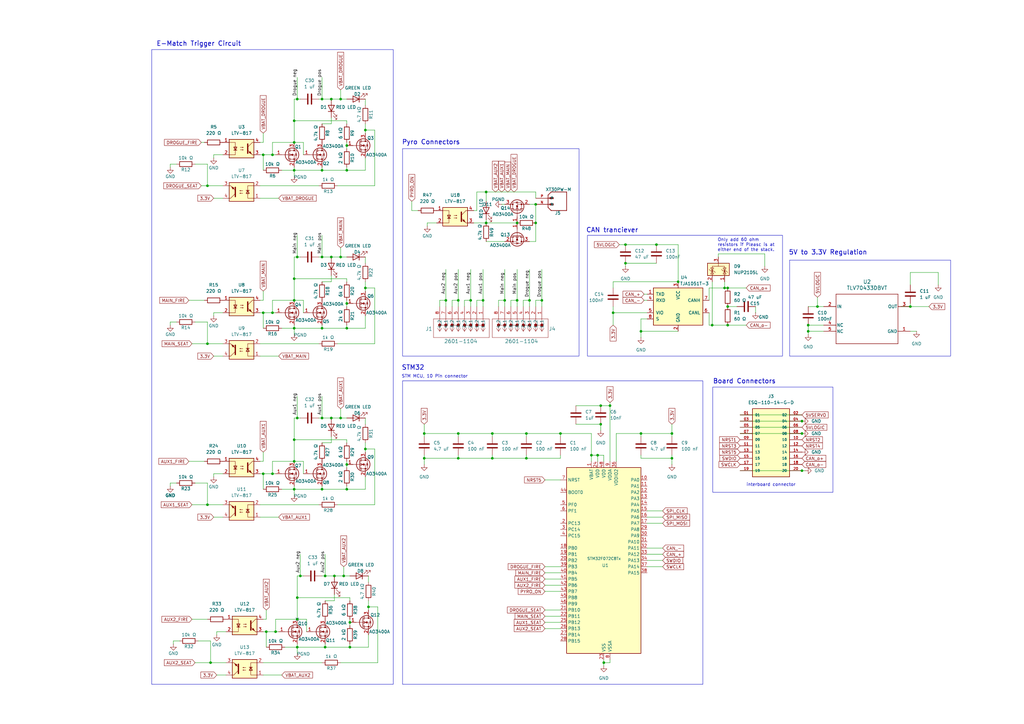
<source format=kicad_sch>
(kicad_sch (version 20250114) (generator "eeschema") (generator_version "9.0")
  (paper "A3")
  (rectangle (start 292.354 158.75) (end 341.63 201.93))
  (text "5V to 3.3V Regulation" (at 339.598 103.632 0) (effects (font (size 1.905 1.905) (thickness 0.254) (bold yes))))
  (text "STM32" (at 169.418 150.876 0) (effects (font (size 1.905 1.905) (thickness 0.254) (bold yes))))
  (text "CAN tranciever\n" (at 251.097 94.4987 0) (effects (font (size 1.905 1.905) (thickness 0.254) (bold yes))))
  (text "E-Match Trigger Circuit" (at 81.534 18.034 0) (effects (font (size 1.905 1.905) (thickness 0.254) (bold yes))))
  (text "STM MCU, 10 Pin connector\n" (at 178.308 154.432 0) (effects (font (size 1.27 1.27))))
  (text "Pyro Connectors" (at 176.784 58.42 0) (effects (font (size 1.905 1.905) (thickness 0.254) (bold yes))))
  (text "interboard connector" (at 316.23 198.882 0) (effects (font (size 1.27 1.27))))
  (text "Board Connectors" (at 305.308 156.464 0) (effects (font (size 1.905 1.905) (thickness 0.254) (bold yes))))
  (text_box "" (at 62.23 20.32 0) (size 99.06 260.35) (margins 0.9525 0.9525 0.9525 0.9525) (effects (font (size 1.27 1.27)) (justify right top)))
  (text_box "" (at 165.1 156.21 0) (size 123.19 124.46) (margins 0.9525 0.9525 0.9525 0.9525) (effects (font (size 1.27 1.27)) (justify left top)))
  (text_box "" (at 240.937 96.52 0) (size 80.01 49.53) (margins 0.9525 0.9525 0.9525 0.9525) (effects (font (size 1.27 1.27)) (justify left top)))
  (text_box "" (at 165.1 60.96 0) (size 72.39 85.09) (margins 0.9525 0.9525 0.9525 0.9525) (effects (font (size 1.27 1.27)) (justify left top)))
  (text_box "Only add 60 ohm resistors if Pleasc is at either end of the stack." (at 293.37 96.52 0) (size 25.4 10.16) (margins 0.9525 0.9525 0.9525 0.9525) (stroke (width -0.0001)) (effects (font (size 1.27 1.27)) (justify left top)))
  (text_box "" (at 323.85 106.68 0) (size 66.04 39.37) (margins 0.9525 0.9525 0.9525 0.9525) (effects (font (size 1.27 1.27)) (justify left top)))
  (junction (at 297.18 118.11))
  (junction (at 109.22 259.08))
  (junction (at 246.38 173.99))
  (junction (at 212.09 91.44))
  (junction (at 137.16 236.22))
  (junction (at 142.24 200.66))
  (junction (at 292.1 133.35))
  (junction (at 121.92 105.41))
  (junction (at 120.65 189.23))
  (junction (at 269.24 100.33))
  (junction (at 219.71 91.44))
  (junction (at 86.36 271.78))
  (junction (at 247.65 271.78))
  (junction (at 120.65 180.34))
  (junction (at 113.03 259.08))
  (junction (at 149.86 53.34))
  (junction (at 298.45 118.11))
  (junction (at 201.93 187.96))
  (junction (at 219.71 83.82))
  (junction (at 143.51 265.43))
  (junction (at 187.96 177.8))
  (junction (at 151.13 248.92))
  (junction (at 222.25 123.19))
  (junction (at 328.93 177.8))
  (junction (at 120.65 49.53))
  (junction (at 331.47 133.35))
  (junction (at 139.7 105.41))
  (junction (at 198.12 123.19))
  (junction (at 256.54 100.33))
  (junction (at 328.93 172.72))
  (junction (at 85.09 76.2))
  (junction (at 142.24 69.85))
  (junction (at 143.51 255.27))
  (junction (at 173.99 177.8))
  (junction (at 120.65 58.42))
  (junction (at 121.92 171.45))
  (junction (at 201.93 177.8))
  (junction (at 245.11 186.69))
  (junction (at 123.19 236.22))
  (junction (at 111.76 128.27))
  (junction (at 215.9 177.8))
  (junction (at 132.08 69.85))
  (junction (at 142.24 134.62))
  (junction (at 142.24 59.69))
  (junction (at 373.38 125.73))
  (junction (at 199.39 91.44))
  (junction (at 298.45 133.35))
  (junction (at 187.96 123.19))
  (junction (at 132.08 134.62))
  (junction (at 111.76 194.31))
  (junction (at 121.92 245.11))
  (junction (at 275.59 177.8))
  (junction (at 133.35 236.22))
  (junction (at 182.88 123.19))
  (junction (at 142.24 190.5))
  (junction (at 107.95 194.31))
  (junction (at 246.38 166.37))
  (junction (at 193.04 123.19))
  (junction (at 132.08 171.45))
  (junction (at 121.92 40.64))
  (junction (at 121.92 265.43))
  (junction (at 275.59 187.96))
  (junction (at 199.39 78.74))
  (junction (at 120.65 200.66))
  (junction (at 121.92 254))
  (junction (at 132.08 40.64))
  (junction (at 132.08 105.41))
  (junction (at 298.45 125.73))
  (junction (at 187.96 187.96))
  (junction (at 173.99 187.96))
  (junction (at 328.93 193.04))
  (junction (at 142.24 124.46))
  (junction (at 250.19 166.37))
  (junction (at 120.65 114.3))
  (junction (at 140.97 236.22))
  (junction (at 120.65 123.19))
  (junction (at 149.86 118.11))
  (junction (at 135.89 105.41))
  (junction (at 85.09 207.01))
  (junction (at 331.47 135.89))
  (junction (at 132.08 200.66))
  (junction (at 111.76 63.5))
  (junction (at 229.87 177.8))
  (junction (at 262.89 177.8))
  (junction (at 251.46 128.27))
  (junction (at 107.95 128.27))
  (junction (at 139.7 40.64))
  (junction (at 135.89 171.45))
  (junction (at 120.65 134.62))
  (junction (at 212.09 123.19))
  (junction (at 120.65 69.85))
  (junction (at 242.57 186.69))
  (junction (at 85.09 140.97))
  (junction (at 149.86 184.15))
  (junction (at 133.35 265.43))
  (junction (at 215.9 187.96))
  (junction (at 207.01 123.19))
  (junction (at 139.7 171.45))
  (junction (at 135.89 40.64))
  (junction (at 278.13 115.57))
  (junction (at 107.95 63.5))
  (junction (at 335.28 125.73))
  (junction (at 262.89 135.89))
  (junction (at 256.54 107.95))
  (junction (at 217.17 123.19))
  (no_connect (at 121.92 254))
  (wire (pts (xy 120.65 123.19) (xy 124.46 123.19)))
  (wire (pts (xy 133.35 236.22) (xy 137.16 236.22)))
  (wire (pts (xy 130.81 40.64) (xy 132.08 40.64)))
  (wire (pts (xy 251.46 128.27) (xy 251.46 133.35)))
  (wire (pts (xy 85.09 207.01) (xy 91.44 207.01)))
  (wire (pts (xy 107.95 185.42) (xy 107.95 189.23)))
  (wire (pts (xy 132.08 171.45) (xy 135.89 171.45)))
  (wire (pts (xy 133.35 265.43) (xy 143.51 265.43)))
  (wire (pts (xy 187.96 110.49) (xy 187.96 123.19)))
  (wire (pts (xy 139.7 167.64) (xy 139.7 171.45)))
  (wire (pts (xy 294.64 104.14) (xy 313.69 104.14)))
  (wire (pts (xy 120.65 134.62) (xy 120.65 133.35)))
  (wire (pts (xy 331.47 133.35) (xy 331.47 135.89)))
  (wire (pts (xy 256.54 100.33) (xy 269.24 100.33)))
  (wire (pts (xy 111.76 58.42) (xy 120.65 58.42)))
  (wire (pts (xy 109.22 254) (xy 107.95 254)))
  (wire (pts (xy 124.46 189.23) (xy 124.46 194.31)))
  (wire (pts (xy 331.47 125.73) (xy 335.28 125.73)))
  (wire (pts (xy 120.65 180.34) (xy 142.24 180.34)))
  (wire (pts (xy 80.01 271.78) (xy 86.36 271.78)))
  (wire (pts (xy 87.63 212.09) (xy 91.44 212.09)))
  (wire (pts (xy 121.92 105.41) (xy 123.19 105.41)))
  (wire (pts (xy 113.03 259.08) (xy 113.03 254)))
  (wire (pts (xy 247.65 271.78) (xy 250.19 271.78)))
  (wire (pts (xy 223.52 237.49) (xy 229.87 237.49)))
  (wire (pts (xy 223.52 240.03) (xy 229.87 240.03)))
  (wire (pts (xy 247.65 271.78) (xy 247.65 273.05)))
  (wire (pts (xy 139.7 36.83) (xy 139.7 40.64)))
  (wire (pts (xy 107.95 128.27) (xy 106.68 128.27)))
  (wire (pts (xy 330.2 193.04) (xy 328.93 193.04)))
  (wire (pts (xy 107.95 54.61) (xy 107.95 58.42)))
  (wire (pts (xy 140.97 232.41) (xy 140.97 236.22)))
  (wire (pts (xy 107.95 189.23) (xy 106.68 189.23)))
  (wire (pts (xy 219.71 125.73) (xy 219.71 123.19)))
  (wire (pts (xy 199.39 90.17) (xy 199.39 91.44)))
  (wire (pts (xy 198.12 123.19) (xy 198.12 125.73)))
  (wire (pts (xy 219.71 78.74) (xy 219.71 81.28)))
  (wire (pts (xy 107.95 58.42) (xy 106.68 58.42)))
  (wire (pts (xy 187.96 187.96) (xy 187.96 186.69)))
  (wire (pts (xy 120.65 114.3) (xy 120.65 123.19)))
  (wire (pts (xy 212.09 123.19) (xy 209.55 123.19)))
  (wire (pts (xy 132.08 181.61) (xy 135.89 181.61)))
  (wire (pts (xy 207.01 123.19) (xy 207.01 125.73)))
  (wire (pts (xy 173.99 177.8) (xy 187.96 177.8)))
  (wire (pts (xy 149.86 40.64) (xy 149.86 43.18)))
  (wire (pts (xy 120.65 40.64) (xy 121.92 40.64)))
  (wire (pts (xy 223.52 255.27) (xy 229.87 255.27)))
  (wire (pts (xy 120.65 134.62) (xy 132.08 134.62)))
  (wire (pts (xy 265.43 130.81) (xy 262.89 130.81)))
  (wire (pts (xy 109.22 259.08) (xy 107.95 259.08)))
  (wire (pts (xy 335.28 121.92) (xy 335.28 125.73)))
  (wire (pts (xy 217.17 83.82) (xy 219.71 83.82)))
  (wire (pts (xy 107.95 128.27) (xy 107.95 134.62)))
  (wire (pts (xy 247.65 270.51) (xy 247.65 271.78)))
  (wire (pts (xy 87.63 194.31) (xy 87.63 195.58)))
  (wire (pts (xy 132.08 200.66) (xy 132.08 199.39)))
  (wire (pts (xy 91.44 128.27) (xy 87.63 128.27)))
  (wire (pts (xy 209.55 125.73) (xy 209.55 123.19)))
  (wire (pts (xy 111.76 123.19) (xy 120.65 123.19)))
  (wire (pts (xy 215.9 177.8) (xy 215.9 179.07)))
  (wire (pts (xy 199.39 91.44) (xy 212.09 91.44)))
  (wire (pts (xy 331.47 135.89) (xy 331.47 137.16)))
  (wire (pts (xy 130.81 105.41) (xy 132.08 105.41)))
  (wire (pts (xy 201.93 177.8) (xy 215.9 177.8)))
  (wire (pts (xy 173.99 173.99) (xy 173.99 177.8)))
  (wire (pts (xy 217.17 99.06) (xy 219.71 99.06)))
  (wire (pts (xy 77.47 189.23) (xy 83.82 189.23)))
  (wire (pts (xy 143.51 254) (xy 143.51 255.27)))
  (wire (pts (xy 223.52 196.85) (xy 229.87 196.85)))
  (wire (pts (xy 195.58 78.74) (xy 199.39 78.74)))
  (wire (pts (xy 80.01 67.31) (xy 85.09 67.31)))
  (wire (pts (xy 204.47 125.73) (xy 204.47 123.19)))
  (wire (pts (xy 149.86 181.61) (xy 149.86 184.15)))
  (wire (pts (xy 193.04 110.49) (xy 193.04 123.19)))
  (wire (pts (xy 153.67 53.34) (xy 153.67 76.2)))
  (wire (pts (xy 246.38 166.37) (xy 236.22 166.37)))
  (wire (pts (xy 264.16 120.65) (xy 265.43 120.65)))
  (wire (pts (xy 78.74 207.01) (xy 85.09 207.01)))
  (wire (pts (xy 313.69 104.14) (xy 313.69 109.22)))
  (wire (pts (xy 265.43 224.79) (xy 271.78 224.79)))
  (wire (pts (xy 369.57 125.73) (xy 373.38 125.73)))
  (wire (pts (xy 106.68 76.2) (xy 130.81 76.2)))
  (wire (pts (xy 120.65 134.62) (xy 120.65 137.16)))
  (wire (pts (xy 245.11 186.69) (xy 247.65 186.69)))
  (wire (pts (xy 250.19 165.1) (xy 250.19 166.37)))
  (wire (pts (xy 107.95 194.31) (xy 107.95 200.66)))
  (wire (pts (xy 149.86 195.58) (xy 149.86 200.66)))
  (wire (pts (xy 142.24 115.57) (xy 142.24 114.3)))
  (wire (pts (xy 80.01 198.12) (xy 85.09 198.12)))
  (wire (pts (xy 222.25 123.19) (xy 219.71 123.19)))
  (wire (pts (xy 292.1 115.57) (xy 292.1 133.35)))
  (wire (pts (xy 142.24 190.5) (xy 142.24 191.77)))
  (wire (pts (xy 149.86 118.11) (xy 149.86 119.38)))
  (wire (pts (xy 106.68 146.05) (xy 114.3 146.05)))
  (wire (pts (xy 264.16 123.19) (xy 265.43 123.19)))
  (wire (pts (xy 120.65 200.66) (xy 120.65 199.39)))
  (wire (pts (xy 297.18 118.11) (xy 298.45 118.11)))
  (wire (pts (xy 292.1 133.35) (xy 290.83 133.35)))
  (wire (pts (xy 199.39 82.55) (xy 199.39 78.74)))
  (wire (pts (xy 140.97 236.22) (xy 143.51 236.22)))
  (wire (pts (xy 87.63 146.05) (xy 91.44 146.05)))
  (wire (pts (xy 132.08 69.85) (xy 132.08 68.58)))
  (wire (pts (xy 262.89 130.81) (xy 262.89 135.89)))
  (wire (pts (xy 303.53 175.26) (xy 328.93 175.26)))
  (wire (pts (xy 109.22 259.08) (xy 109.22 265.43)))
  (wire (pts (xy 182.88 110.49) (xy 182.88 123.19)))
  (wire (pts (xy 124.46 58.42) (xy 124.46 63.5)))
  (wire (pts (xy 309.88 125.73) (xy 309.88 128.27)))
  (wire (pts (xy 195.58 125.73) (xy 195.58 123.19)))
  (wire (pts (xy 86.36 271.78) (xy 92.71 271.78)))
  (wire (pts (xy 149.86 53.34) (xy 149.86 54.61)))
  (wire (pts (xy 256.54 107.95) (xy 269.24 107.95)))
  (wire (pts (xy 88.9 276.86) (xy 92.71 276.86)))
  (wire (pts (xy 219.71 99.06) (xy 219.71 91.44)))
  (wire (pts (xy 335.28 125.73) (xy 337.82 125.73)))
  (wire (pts (xy 303.53 170.18) (xy 328.93 170.18)))
  (wire (pts (xy 142.24 199.39) (xy 142.24 200.66)))
  (wire (pts (xy 142.24 68.58) (xy 142.24 69.85)))
  (wire (pts (xy 251.46 125.73) (xy 251.46 128.27)))
  (wire (pts (xy 120.65 49.53) (xy 120.65 58.42)))
  (wire (pts (xy 132.08 236.22) (xy 133.35 236.22)))
  (wire (pts (xy 138.43 140.97) (xy 153.67 140.97)))
  (wire (pts (xy 111.76 63.5) (xy 111.76 58.42)))
  (wire (pts (xy 265.43 209.55) (xy 271.78 209.55)))
  (wire (pts (xy 133.35 246.38) (xy 137.16 246.38)))
  (wire (pts (xy 297.18 115.57) (xy 297.18 118.11)))
  (wire (pts (xy 223.52 252.73) (xy 229.87 252.73)))
  (wire (pts (xy 215.9 177.8) (xy 229.87 177.8)))
  (wire (pts (xy 85.09 132.08) (xy 85.09 140.97)))
  (wire (pts (xy 88.9 259.08) (xy 88.9 260.35)))
  (wire (pts (xy 120.65 105.41) (xy 121.92 105.41)))
  (wire (pts (xy 111.76 128.27) (xy 107.95 128.27)))
  (wire (pts (xy 139.7 40.64) (xy 142.24 40.64)))
  (wire (pts (xy 121.92 245.11) (xy 121.92 254)))
  (wire (pts (xy 121.92 254) (xy 125.73 254)))
  (wire (pts (xy 115.57 134.62) (xy 120.65 134.62)))
  (wire (pts (xy 87.63 63.5) (xy 87.63 64.77)))
  (wire (pts (xy 120.65 105.41) (xy 120.65 114.3)))
  (wire (pts (xy 142.24 181.61) (xy 142.24 180.34)))
  (wire (pts (xy 69.85 199.39) (xy 69.85 198.12)))
  (wire (pts (xy 121.92 265.43) (xy 121.92 264.16)))
  (wire (pts (xy 106.68 81.28) (xy 114.3 81.28)))
  (wire (pts (xy 195.58 86.36) (xy 194.31 86.36)))
  (wire (pts (xy 142.24 123.19) (xy 142.24 124.46)))
  (wire (pts (xy 133.35 227.33) (xy 133.35 236.22)))
  (wire (pts (xy 125.73 254) (xy 125.73 259.08)))
  (wire (pts (xy 151.13 248.92) (xy 151.13 250.19)))
  (wire (pts (xy 173.99 187.96) (xy 187.96 187.96)))
  (wire (pts (xy 132.08 134.62) (xy 142.24 134.62)))
  (wire (pts (xy 111.76 194.31) (xy 111.76 189.23)))
  (wire (pts (xy 265.43 229.87) (xy 271.78 229.87)))
  (wire (pts (xy 139.7 101.6) (xy 139.7 105.41)))
  (wire (pts (xy 133.35 265.43) (xy 133.35 264.16)))
  (wire (pts (xy 269.24 100.33) (xy 278.13 100.33)))
  (wire (pts (xy 154.94 248.92) (xy 154.94 271.78)))
  (wire (pts (xy 254 100.33) (xy 256.54 100.33)))
  (wire (pts (xy 142.24 124.46) (xy 142.24 125.73)))
  (wire (pts (xy 207.01 110.49) (xy 207.01 123.19)))
  (wire (pts (xy 120.65 69.85) (xy 120.65 72.39)))
  (wire (pts (xy 187.96 187.96) (xy 201.93 187.96)))
  (wire (pts (xy 198.12 110.49) (xy 198.12 123.19)))
  (wire (pts (xy 199.39 99.06) (xy 207.01 99.06)))
  (wire (pts (xy 294.64 105.41) (xy 294.64 104.14)))
  (wire (pts (xy 251.46 128.27) (xy 265.43 128.27)))
  (wire (pts (xy 135.89 48.26) (xy 135.89 50.8)))
  (wire (pts (xy 69.85 132.08) (xy 72.39 132.08)))
  (wire (pts (xy 173.99 177.8) (xy 173.99 179.07)))
  (wire (pts (xy 149.86 129.54) (xy 149.86 134.62)))
  (wire (pts (xy 87.63 128.27) (xy 87.63 129.54)))
  (wire (pts (xy 149.86 171.45) (xy 149.86 173.99)))
  (wire (pts (xy 132.08 162.56) (xy 132.08 171.45)))
  (wire (pts (xy 153.67 118.11) (xy 153.67 140.97)))
  (wire (pts (xy 132.08 31.75) (xy 132.08 40.64)))
  (wire (pts (xy 245.11 189.23) (xy 245.11 186.69)))
  (wire (pts (xy 139.7 105.41) (xy 142.24 105.41)))
  (wire (pts (xy 132.08 96.52) (xy 132.08 105.41)))
  (wire (pts (xy 331.47 133.35) (xy 337.82 133.35)))
  (wire (pts (xy 91.44 63.5) (xy 87.63 63.5)))
  (wire (pts (xy 154.94 248.92) (xy 151.13 248.92)))
  (wire (pts (xy 384.81 116.84) (xy 384.81 111.76)))
  (wire (pts (xy 251.46 115.57) (xy 278.13 115.57)))
  (wire (pts (xy 120.65 171.45) (xy 120.65 180.34)))
  (wire (pts (xy 120.65 114.3) (xy 142.24 114.3)))
  (wire (pts (xy 143.51 246.38) (xy 143.51 245.11)))
  (wire (pts (xy 142.24 69.85) (xy 149.86 69.85)))
  (wire (pts (xy 201.93 187.96) (xy 215.9 187.96)))
  (wire (pts (xy 87.63 81.28) (xy 91.44 81.28)))
  (wire (pts (xy 275.59 177.8) (xy 262.89 177.8)))
  (wire (pts (xy 132.08 115.57) (xy 135.89 115.57)))
  (wire (pts (xy 190.5 125.73) (xy 190.5 123.19)))
  (wire (pts (xy 107.95 123.19) (xy 106.68 123.19)))
  (wire (pts (xy 223.52 232.41) (xy 229.87 232.41)))
  (wire (pts (xy 373.38 125.73) (xy 381 125.73)))
  (wire (pts (xy 187.96 123.19) (xy 185.42 123.19)))
  (wire (pts (xy 275.59 177.8) (xy 275.59 179.07)))
  (wire (pts (xy 107.95 276.86) (xy 115.57 276.86)))
  (wire (pts (xy 132.08 50.8) (xy 135.89 50.8)))
  (wire (pts (xy 303.53 193.04) (xy 328.93 193.04)))
  (wire (pts (xy 142.24 134.62) (xy 149.86 134.62)))
  (wire (pts (xy 242.57 177.8) (xy 242.57 186.69)))
  (wire (pts (xy 113.03 254) (xy 121.92 254)))
  (wire (pts (xy 201.93 177.8) (xy 201.93 179.07)))
  (wire (pts (xy 111.76 194.31) (xy 107.95 194.31)))
  (wire (pts (xy 151.13 236.22) (xy 151.13 238.76)))
  (wire (pts (xy 111.76 63.5) (xy 107.95 63.5)))
  (wire (pts (xy 109.22 250.19) (xy 109.22 254)))
  (wire (pts (xy 143.51 264.16) (xy 143.51 265.43)))
  (wire (pts (xy 168.91 82.55) (xy 168.91 86.36)))
  (wire (pts (xy 151.13 260.35) (xy 151.13 265.43)))
  (wire (pts (xy 123.19 236.22) (xy 124.46 236.22)))
  (wire (pts (xy 182.88 123.19) (xy 180.34 123.19)))
  (wire (pts (xy 111.76 128.27) (xy 111.76 123.19)))
  (wire (pts (xy 92.71 259.08) (xy 88.9 259.08)))
  (wire (pts (xy 173.99 187.96) (xy 173.99 186.69)))
  (wire (pts (xy 373.38 135.89) (xy 375.92 135.89)))
  (wire (pts (xy 250.19 166.37) (xy 250.19 189.23)))
  (wire (pts (xy 115.57 200.66) (xy 120.65 200.66)))
  (wire (pts (xy 180.34 125.73) (xy 180.34 123.19)))
  (wire (pts (xy 113.03 128.27) (xy 111.76 128.27)))
  (wire (pts (xy 132.08 200.66) (xy 142.24 200.66)))
  (wire (pts (xy 149.86 50.8) (xy 149.86 53.34)))
  (wire (pts (xy 215.9 187.96) (xy 229.87 187.96)))
  (wire (pts (xy 107.95 119.38) (xy 107.95 123.19)))
  (wire (pts (xy 265.43 212.09) (xy 271.78 212.09)))
  (wire (pts (xy 182.88 123.19) (xy 182.88 125.73)))
  (wire (pts (xy 121.92 245.11) (xy 143.51 245.11)))
  (wire (pts (xy 222.25 110.49) (xy 222.25 123.19)))
  (wire (pts (xy 187.96 177.8) (xy 187.96 179.07)))
  (wire (pts (xy 223.52 257.81) (xy 229.87 257.81)))
  (wire (pts (xy 198.12 123.19) (xy 195.58 123.19)))
  (wire (pts (xy 71.12 264.16) (xy 71.12 262.89)))
  (wire (pts (xy 149.86 105.41) (xy 149.86 107.95)))
  (wire (pts (xy 82.55 76.2) (xy 85.09 76.2)))
  (wire (pts (xy 142.24 189.23) (xy 142.24 190.5)))
  (wire (pts (xy 121.92 236.22) (xy 121.92 245.11)))
  (wire (pts (xy 331.47 135.89) (xy 337.82 135.89)))
  (wire (pts (xy 137.16 243.84) (xy 137.16 246.38)))
  (wire (pts (xy 265.43 232.41) (xy 271.78 232.41)))
  (wire (pts (xy 139.7 171.45) (xy 142.24 171.45)))
  (wire (pts (xy 69.85 133.35) (xy 69.85 132.08)))
  (wire (pts (xy 262.89 135.89) (xy 278.13 135.89)))
  (wire (pts (xy 247.65 186.69) (xy 247.65 189.23)))
  (wire (pts (xy 179.07 91.44) (xy 175.26 91.44)))
  (wire (pts (xy 201.93 187.96) (xy 201.93 186.69)))
  (wire (pts (xy 168.91 86.36) (xy 171.45 86.36)))
  (wire (pts (xy 120.65 58.42) (xy 124.46 58.42)))
  (wire (pts (xy 142.24 50.8) (xy 142.24 49.53)))
  (wire (pts (xy 298.45 125.73) (xy 302.26 125.73)))
  (wire (pts (xy 114.3 259.08) (xy 113.03 259.08)))
  (wire (pts (xy 142.24 58.42) (xy 142.24 59.69)))
  (wire (pts (xy 71.12 262.89) (xy 73.66 262.89)))
  (wire (pts (xy 223.52 242.57) (xy 229.87 242.57)))
  (wire (pts (xy 149.86 184.15) (xy 149.86 185.42)))
  (wire (pts (xy 250.19 271.78) (xy 250.19 270.51)))
  (wire (pts (xy 229.87 187.96) (xy 229.87 186.69)))
  (wire (pts (xy 193.04 123.19) (xy 190.5 123.19)))
  (wire (pts (xy 194.31 91.44) (xy 199.39 91.44)))
  (wire (pts (xy 173.99 187.96) (xy 173.99 190.5)))
  (wire (pts (xy 120.65 180.34) (xy 120.65 189.23)))
  (wire (pts (xy 80.01 132.08) (xy 85.09 132.08)))
  (wire (pts (xy 121.92 96.52) (xy 121.92 105.41)))
  (wire (pts (xy 217.17 123.19) (xy 217.17 125.73)))
  (wire (pts (xy 205.74 83.82) (xy 207.01 83.82)))
  (wire (pts (xy 306.07 133.35) (xy 298.45 133.35)))
  (wire (pts (xy 121.92 40.64) (xy 123.19 40.64)))
  (wire (pts (xy 223.52 250.19) (xy 229.87 250.19)))
  (wire (pts (xy 120.65 69.85) (xy 132.08 69.85)))
  (wire (pts (xy 187.96 123.19) (xy 187.96 125.73)))
  (wire (pts (xy 151.13 246.38) (xy 151.13 248.92)))
  (wire (pts (xy 298.45 133.35) (xy 292.1 133.35)))
  (wire (pts (xy 153.67 118.11) (xy 149.86 118.11)))
  (wire (pts (xy 85.09 140.97) (xy 91.44 140.97)))
  (wire (pts (xy 143.51 255.27) (xy 143.51 256.54)))
  (wire (pts (xy 69.85 68.58) (xy 69.85 67.31)))
  (wire (pts (xy 81.28 262.89) (xy 86.36 262.89)))
  (wire (pts (xy 217.17 110.49) (xy 217.17 123.19)))
  (wire (pts (xy 135.89 40.64) (xy 139.7 40.64)))
  (wire (pts (xy 107.95 63.5) (xy 106.68 63.5)))
  (wire (pts (xy 107.95 271.78) (xy 132.08 271.78)))
  (wire (pts (xy 262.89 177.8) (xy 262.89 179.07)))
  (wire (pts (xy 275.59 187.96) (xy 262.89 187.96)))
  (wire (pts (xy 113.03 63.5) (xy 111.76 63.5)))
  (wire (pts (xy 106.68 212.09) (xy 114.3 212.09)))
  (wire (pts (xy 137.16 236.22) (xy 140.97 236.22)))
  (wire (pts (xy 199.39 78.74) (xy 219.71 78.74)))
  (wire (pts (xy 135.89 179.07) (xy 135.89 181.61)))
  (wire (pts (xy 303.53 177.8) (xy 328.93 177.8)))
  (wire (pts (xy 278.13 100.33) (xy 278.13 115.57)))
  (wire (pts (xy 229.87 177.8) (xy 229.87 179.07)))
  (wire (pts (xy 132.08 69.85) (xy 142.24 69.85)))
  (wire (pts (xy 107.95 63.5) (xy 107.95 69.85)))
  (wire (pts (xy 373.38 111.76) (xy 373.38 116.84)))
  (wire (pts (xy 262.89 177.8) (xy 252.73 177.8)))
  (wire (pts (xy 77.47 123.19) (xy 83.82 123.19)))
  (wire (pts (xy 135.89 171.45) (xy 139.7 171.45)))
  (wire (pts (xy 142.24 200.66) (xy 149.86 200.66)))
  (wire (pts (xy 242.57 186.69) (xy 242.57 189.23)))
  (wire (pts (xy 251.46 118.11) (xy 251.46 115.57)))
  (wire (pts (xy 121.92 171.45) (xy 123.19 171.45)))
  (wire (pts (xy 120.65 40.64) (xy 120.65 49.53)))
  (wire (pts (xy 120.65 189.23) (xy 124.46 189.23)))
  (wire (pts (xy 121.92 265.43) (xy 133.35 265.43)))
  (wire (pts (xy 116.84 265.43) (xy 121.92 265.43)))
  (wire (pts (xy 132.08 40.64) (xy 135.89 40.64)))
  (wire (pts (xy 142.24 133.35) (xy 142.24 134.62)))
  (wire (pts (xy 139.7 271.78) (xy 154.94 271.78)))
  (wire (pts (xy 256.54 107.95) (xy 256.54 109.22)))
  (wire (pts (xy 85.09 67.31) (xy 85.09 76.2)))
  (wire (pts (xy 120.65 69.85) (xy 120.65 68.58)))
  (wire (pts (xy 149.86 64.77) (xy 149.86 69.85)))
  (wire (pts (xy 85.09 198.12) (xy 85.09 207.01)))
  (wire (pts (xy 123.19 227.33) (xy 123.19 236.22)))
  (wire (pts (xy 106.68 207.01) (xy 130.81 207.01)))
  (wire (pts (xy 121.92 236.22) (xy 123.19 236.22)))
  (wire (pts (xy 120.65 171.45) (xy 121.92 171.45)))
  (wire (pts (xy 121.92 265.43) (xy 121.92 267.97)))
  (wire (pts (xy 86.36 262.89) (xy 86.36 271.78)))
  (wire (pts (xy 130.81 171.45) (xy 132.08 171.45)))
  (wire (pts (xy 303.53 172.72) (xy 328.93 172.72)))
  (wire (pts (xy 252.73 177.8) (xy 252.73 189.23)))
  (wire (pts (xy 219.71 83.82) (xy 219.71 91.44)))
  (wire (pts (xy 135.89 105.41) (xy 139.7 105.41)))
  (wire (pts (xy 120.65 200.66) (xy 120.65 203.2)))
  (wire (pts (xy 107.95 194.31) (xy 106.68 194.31)))
  (wire (pts (xy 113.03 259.08) (xy 109.22 259.08)))
  (wire (pts (xy 290.83 118.11) (xy 290.83 123.19)))
  (wire (pts (xy 121.92 162.56) (xy 121.92 171.45)))
  (wire (pts (xy 175.26 91.44) (xy 175.26 92.71)))
  (wire (pts (xy 195.58 78.74) (xy 195.58 86.36)))
  (wire (pts (xy 290.83 118.11) (xy 297.18 118.11)))
  (wire (pts (xy 69.85 198.12) (xy 72.39 198.12)))
  (wire (pts (xy 265.43 214.63) (xy 271.78 214.63)))
  (wire (pts (xy 115.57 69.85) (xy 120.65 69.85)))
  (wire (pts (xy 207.01 123.19) (xy 204.47 123.19)))
  (wire (pts (xy 153.67 53.34) (xy 149.86 53.34)))
  (wire (pts (xy 246.38 173.99) (xy 246.38 176.53)))
  (wire (pts (xy 250.19 166.37) (xy 246.38 166.37)))
  (wire (pts (xy 275.59 173.99) (xy 275.59 177.8)))
  (wire (pts (xy 229.87 177.8) (xy 242.57 177.8)))
  (wire (pts (xy 262.89 187.96) (xy 262.89 186.69)))
  (wire (pts (xy 120.65 49.53) (xy 142.24 49.53)))
  (wire (pts (xy 373.38 124.46) (xy 373.38 125.73)))
  (wire (pts (xy 142.24 59.69) (xy 142.24 60.96)))
  (wire (pts (xy 124.46 123.19) (xy 124.46 128.27)))
  (wire (pts (xy 135.89 113.03) (xy 135.89 115.57)))
  (wire (pts (xy 121.92 31.75) (xy 121.92 40.64)))
  (wire (pts (xy 298.45 118.11) (xy 306.07 118.11)))
  (wire (pts (xy 290.83 133.35) (xy 290.83 128.27)))
  (wire (pts (xy 111.76 189.23) (xy 120.65 189.23)))
  (wire (pts (xy 214.63 125.73) (xy 214.63 123.19)))
  (wire (pts (xy 138.43 76.2) (xy 153.67 76.2)))
  (wire (pts (xy 85.09 76.2) (xy 91.44 76.2)))
  (wire (pts (xy 185.42 125.73) (xy 185.42 123.19)))
  (wire (pts (xy 113.03 194.31) (xy 111.76 194.31)))
  (wire (pts (xy 262.89 135.89) (xy 262.89 138.43)))
  (wire (pts (xy 222.25 123.19) (xy 222.25 125.73)))
  (wire (pts (xy 91.44 194.31) (xy 87.63 194.31)))
  (wire (pts (xy 153.67 184.15) (xy 153.67 207.01)))
  (wire (pts (xy 215.9 187.96) (xy 215.9 186.69)))
  (wire (pts (xy 82.55 58.42) (xy 83.82 58.42)))
  (wire (pts (xy 275.59 187.96) (xy 275.59 190.5)))
  (wire (pts (xy 384.81 111.76) (xy 373.38 111.76)))
  (wire (pts (xy 106.68 140.97) (xy 130.81 140.97)))
  (wire (pts (xy 132.08 105.41) (xy 135.89 105.41)))
  (wire (pts (xy 246.38 173.99) (xy 236.22 173.99)))
  (wire (pts (xy 217.17 123.19) (xy 214.63 123.19)))
  (wire (pts (xy 223.52 234.95) (xy 229.87 234.95)))
  (wire (pts (xy 212.09 123.19) (xy 212.09 125.73)))
  (wire (pts (xy 149.86 115.57) (xy 149.86 118.11)))
  (wire (pts (xy 132.08 134.62) (xy 132.08 133.35)))
  (wire (pts (xy 78.74 254) (xy 85.09 254)))
  (wire (pts (xy 143.51 265.43) (xy 151.13 265.43)))
  (wire (pts (xy 153.67 184.15) (xy 149.86 184.15)))
  (wire (pts (xy 69.85 67.31) (xy 72.39 67.31)))
  (wire (pts (xy 212.09 110.49) (xy 212.09 123.19)))
  (wire (pts (xy 187.96 177.8) (xy 201.93 177.8)))
  (wire (pts (xy 120.65 200.66) (xy 132.08 200.66)))
  (wire (pts (xy 78.74 140.97) (xy 85.09 140.97)))
  (wire (pts (xy 193.04 123.19) (xy 193.04 125.73)))
  (wire (pts (xy 275.59 187.96) (xy 275.59 186.69)))
  (wire (pts (xy 138.43 207.01) (xy 153.67 207.01)))
  (wire (pts (xy 265.43 227.33) (xy 271.78 227.33)))
  (wire (pts (xy 242.57 186.69) (xy 245.11 186.69)))
  (label "Aux2 pos" (at 133.35 234.95 90))
  (label "Main pos" (at 212.09 120.65 90))
  (label "Aux1 neg" (at 193.04 120.65 90))
  (label "Main neg" (at 207.01 120.65 90))
  (label "Drogue neg" (at 217.17 121.92 90))
  (label "Main pos" (at 132.08 104.14 90))
  (label "Aux2 neg" (at 182.88 120.65 90))
  (label "Aux1 pos" (at 132.08 170.18 90))
  (label "Aux1 neg" (at 121.92 170.18 90))
  (label "Drogue pos" (at 222.25 121.92 90))
  (label "Drogue pos" (at 132.08 39.37 90))
  (label "Drogue neg" (at 121.92 39.37 90))
  (label "Aux2 neg" (at 123.19 234.95 90))
  (label "Aux2 pos" (at 187.96 120.65 90))
  (label "Aux1 pos" (at 198.12 120.65 90))
  (label "Main neg" (at 121.92 104.14 90))
  (global_label "AUX2_FIRE" (shape input) (at 223.52 240.03 180) (property "Intersheetrefs" "${INTERSHEET_REFS}" (effects (hide yes))))
  (global_label "NRST3" (shape input) (at 303.53 182.88 180) (property "Intersheetrefs" "${INTERSHEET_REFS}" (effects (hide yes))))
  (global_label "SPI_CLK" (shape input) (at 271.78 209.55 0) (property "Intersheetrefs" "${INTERSHEET_REFS}" (effects (hide yes))))
  (global_label "CAN_o-" (shape input) (at 306.07 133.35 0) (property "Intersheetrefs" "${INTERSHEET_REFS}" (effects (hide yes))))
  (global_label "CAN_+" (shape input) (at 264.16 120.65 180) (property "Intersheetrefs" "${INTERSHEET_REFS}" (effects (hide yes))))
  (global_label "VBAT_AUX1" (shape input) (at 114.3 212.09 0) (property "Intersheetrefs" "${INTERSHEET_REFS}" (effects (hide yes))))
  (global_label "VBAT_DROGUE" (shape input) (at 107.95 54.61 90) (property "Intersheetrefs" "${INTERSHEET_REFS}" (effects (hide yes))))
  (global_label "AUX1_SEAT" (shape input) (at 223.52 255.27 180) (property "Intersheetrefs" "${INTERSHEET_REFS}" (effects (hide yes))))
  (global_label "NRST5" (shape input) (at 303.53 185.42 180) (property "Intersheetrefs" "${INTERSHEET_REFS}" (effects (hide yes))))
  (global_label "5VLOGIC" (shape input) (at 328.93 175.26 0) (property "Intersheetrefs" "${INTERSHEET_REFS}" (effects (hide yes))))
  (global_label "3.3V" (shape input) (at 88.9 276.86 180) (property "Intersheetrefs" "${INTERSHEET_REFS}" (effects (hide yes))))
  (global_label "3.3V" (shape input) (at 251.46 133.35 270) (property "Intersheetrefs" "${INTERSHEET_REFS}" (effects (hide yes))))
  (global_label "SWCLK" (shape input) (at 303.53 190.5 180) (property "Intersheetrefs" "${INTERSHEET_REFS}" (effects (hide yes))))
  (global_label "3.3V" (shape input) (at 381 125.73 0) (property "Intersheetrefs" "${INTERSHEET_REFS}" (effects (hide yes))))
  (global_label "VBAT_DROGUE" (shape input) (at 210.82 78.74 90) (property "Intersheetrefs" "${INTERSHEET_REFS}" (effects (hide yes))))
  (global_label "SPI_MISO" (shape input) (at 271.78 212.09 0) (property "Intersheetrefs" "${INTERSHEET_REFS}" (effects (hide yes))))
  (global_label "NRST5" (shape input) (at 223.52 196.85 180) (property "Intersheetrefs" "${INTERSHEET_REFS}" (effects (hide yes))))
  (global_label "SWDIO" (shape input) (at 271.78 229.87 0) (property "Intersheetrefs" "${INTERSHEET_REFS}" (effects (hide yes))))
  (global_label "VBAT_MAIN" (shape input) (at 114.3 146.05 0) (property "Intersheetrefs" "${INTERSHEET_REFS}" (effects (hide yes))))
  (global_label "AUX2_SEAT" (shape input) (at 80.01 271.78 180) (property "Intersheetrefs" "${INTERSHEET_REFS}" (effects (hide yes))))
  (global_label "5VLOGIC" (shape input) (at 335.28 121.92 90) (property "Intersheetrefs" "${INTERSHEET_REFS}" (effects (hide yes))))
  (global_label "MAIN_FIRE" (shape input) (at 77.47 123.19 180) (property "Intersheetrefs" "${INTERSHEET_REFS}" (effects (hide yes))))
  (global_label "VBAT_AUX1" (shape input) (at 205.74 78.74 90) (property "Intersheetrefs" "${INTERSHEET_REFS}" (effects (hide yes))))
  (global_label "MAIN_SEAT" (shape input) (at 223.52 252.73 180) (property "Intersheetrefs" "${INTERSHEET_REFS}" (effects (hide yes))))
  (global_label "VBAT_AUX2" (shape input) (at 115.57 276.86 0) (property "Intersheetrefs" "${INTERSHEET_REFS}" (effects (hide yes))))
  (global_label "AUX2_FIRE" (shape input) (at 78.74 254 180) (property "Intersheetrefs" "${INTERSHEET_REFS}" (effects (hide yes))))
  (global_label "DROGUE_FIRE" (shape input) (at 82.55 58.42 180) (property "Intersheetrefs" "${INTERSHEET_REFS}" (effects (hide yes))))
  (global_label "CAN_o-" (shape input) (at 328.93 190.5 0) (property "Intersheetrefs" "${INTERSHEET_REFS}" (effects (hide yes))))
  (global_label "SPI_MOSI" (shape input) (at 271.78 214.63 0) (property "Intersheetrefs" "${INTERSHEET_REFS}" (effects (hide yes))))
  (global_label "MAIN_FIRE" (shape input) (at 223.52 234.95 180) (property "Intersheetrefs" "${INTERSHEET_REFS}" (effects (hide yes))))
  (global_label "VBAT_AUX1" (shape input) (at 139.7 167.64 90) (property "Intersheetrefs" "${INTERSHEET_REFS}" (effects (hide yes))))
  (global_label "AUX1_FIRE" (shape input) (at 77.47 189.23 180) (property "Intersheetrefs" "${INTERSHEET_REFS}" (effects (hide yes))))
  (global_label "AUX1_SEAT" (shape input) (at 78.74 207.01 180) (property "Intersheetrefs" "${INTERSHEET_REFS}" (effects (hide yes))))
  (global_label "DROGUE_FIRE" (shape input) (at 223.52 232.41 180) (property "Intersheetrefs" "${INTERSHEET_REFS}" (effects (hide yes))))
  (global_label "NRST4" (shape input) (at 328.93 182.88 0) (property "Intersheetrefs" "${INTERSHEET_REFS}" (effects (hide yes))))
  (global_label "CAN_o+" (shape input) (at 328.93 187.96 0) (property "Intersheetrefs" "${INTERSHEET_REFS}" (effects (hide yes))))
  (global_label "NRST2" (shape input) (at 328.93 180.34 0) (property "Intersheetrefs" "${INTERSHEET_REFS}" (effects (hide yes))))
  (global_label "5VLOGIC" (shape input) (at 254 100.33 180) (property "Intersheetrefs" "${INTERSHEET_REFS}" (effects (hide yes))))
  (global_label "5VSERVO" (shape input) (at 328.93 170.18 0) (property "Intersheetrefs" "${INTERSHEET_REFS}" (effects (hide yes))))
  (global_label "3.3V" (shape input) (at 87.63 212.09 180) (property "Intersheetrefs" "${INTERSHEET_REFS}" (effects (hide yes))))
  (global_label "VBAT_MAIN" (shape input) (at 107.95 119.38 90) (property "Intersheetrefs" "${INTERSHEET_REFS}" (effects (hide yes))))
  (global_label "VBAT_AUX2" (shape input) (at 140.97 232.41 90) (property "Intersheetrefs" "${INTERSHEET_REFS}" (effects (hide yes))))
  (global_label "VBAT_AUX1" (shape input) (at 107.95 185.42 90) (property "Intersheetrefs" "${INTERSHEET_REFS}" (effects (hide yes))))
  (global_label "CAN_o+" (shape input) (at 306.07 118.11 0) (property "Intersheetrefs" "${INTERSHEET_REFS}" (effects (hide yes))))
  (global_label "VBAT_AUX2" (shape input) (at 109.22 250.19 90) (property "Intersheetrefs" "${INTERSHEET_REFS}" (effects (hide yes))))
  (global_label "MAIN_SEAT" (shape input) (at 78.74 140.97 180) (property "Intersheetrefs" "${INTERSHEET_REFS}" (effects (hide yes))))
  (global_label "SWCLK" (shape input) (at 271.78 232.41 0) (property "Intersheetrefs" "${INTERSHEET_REFS}" (effects (hide yes))))
  (global_label "VBAT_DROGUE" (shape input) (at 114.3 81.28 0) (property "Intersheetrefs" "${INTERSHEET_REFS}" (effects (hide yes))))
  (global_label "3.3V" (shape input) (at 250.19 165.1 90) (property "Intersheetrefs" "${INTERSHEET_REFS}" (effects (hide yes))))
  (global_label "SWDIO" (shape input) (at 303.53 187.96 180) (property "Intersheetrefs" "${INTERSHEET_REFS}" (effects (hide yes))))
  (global_label "VBAT_MAIN" (shape input) (at 208.28 78.74 90) (property "Intersheetrefs" "${INTERSHEET_REFS}" (effects (hide yes))))
  (global_label "NRST1" (shape input) (at 303.53 180.34 180) (property "Intersheetrefs" "${INTERSHEET_REFS}" (effects (hide yes))))
  (global_label "3.3V" (shape input) (at 87.63 81.28 180) (property "Intersheetrefs" "${INTERSHEET_REFS}" (effects (hide yes))))
  (global_label "PYRO_ON" (shape input) (at 168.91 82.55 90) (property "Intersheetrefs" "${INTERSHEET_REFS}" (effects (hide yes))))
  (global_label "AUX2_SEAT" (shape input) (at 223.52 257.81 180) (property "Intersheetrefs" "${INTERSHEET_REFS}" (effects (hide yes))))
  (global_label "VBAT_AUX2" (shape input) (at 203.2 78.74 90) (property "Intersheetrefs" "${INTERSHEET_REFS}" (effects (hide yes))))
  (global_label "CAN_-" (shape input) (at 264.16 123.19 180) (property "Intersheetrefs" "${INTERSHEET_REFS}" (effects (hide yes))))
  (global_label "3.3V" (shape input) (at 275.59 173.99 90) (property "Intersheetrefs" "${INTERSHEET_REFS}" (effects (hide yes))))
  (global_label "PYRO_ON" (shape input) (at 223.52 242.57 180) (property "Intersheetrefs" "${INTERSHEET_REFS}" (effects (hide yes))))
  (global_label "CAN_-" (shape input) (at 271.78 224.79 0) (property "Intersheetrefs" "${INTERSHEET_REFS}" (effects (hide yes))))
  (global_label "3.3V" (shape input) (at 173.99 173.99 90) (property "Intersheetrefs" "${INTERSHEET_REFS}" (effects (hide yes))))
  (global_label "3.3V" (shape input) (at 87.63 146.05 180) (property "Intersheetrefs" "${INTERSHEET_REFS}" (effects (hide yes))))
  (global_label "AUX1_FIRE" (shape input) (at 223.52 237.49 180) (property "Intersheetrefs" "${INTERSHEET_REFS}" (effects (hide yes))))
  (global_label "DROGUE_SEAT" (shape input) (at 82.55 76.2 180) (property "Intersheetrefs" "${INTERSHEET_REFS}" (effects (hide yes))))
  (global_label "DROGUE_SEAT" (shape input) (at 223.52 250.19 180) (property "Intersheetrefs" "${INTERSHEET_REFS}" (effects (hide yes))))
  (global_label "CAN_+" (shape input) (at 271.78 227.33 0) (property "Intersheetrefs" "${INTERSHEET_REFS}" (effects (hide yes))))
  (global_label "VBAT_DROGUE" (shape input) (at 139.7 36.83 90) (property "Intersheetrefs" "${INTERSHEET_REFS}" (effects (hide yes))))
  (global_label "VBAT_MAIN" (shape input) (at 139.7 101.6 90) (property "Intersheetrefs" "${INTERSHEET_REFS}" (effects (hide yes))))
  (symbol (lib_id "Transistor_FET:AO3400A") (at 130.81 259.08 0) (unit 1)
    (property "Reference" "Q11" (at 133.604 262.636 0) (effects (justify left)))
    (property "Value" "AO3400A" (at 133.604 255.524 0) (effects (justify left)))
    (property "Footprint" "Package_TO_SOT_SMD:SOT-23" (effects (hide yes)))
    (property "Datasheet" "http://www.aosmd.com/pdfs/datasheet/AO3400A.pdf" (effects (hide yes)))
    (property "Description" "30V Vds, 5.7A Id, N-Channel MOSFET, SOT-23" (effects (hide yes)))
  )
  (symbol (lib_id "Transistor_FET:AO3400A") (at 147.32 190.5 0) (unit 1)
    (property "Reference" "Q9" (at 150.622 187.452 0) (effects (justify left)))
    (property "Value" "AO3400A" (at 150.114 194.31 0) (effects (justify left)))
    (property "Footprint" "Package_TO_SOT_SMD:SOT-23" (effects (hide yes)))
    (property "Datasheet" "http://www.aosmd.com/pdfs/datasheet/AO3400A.pdf" (effects (hide yes)))
    (property "Description" "30V Vds, 5.7A Id, N-Channel MOSFET, SOT-23" (effects (hide yes)))
  )
  (symbol (lib_id "power:GND") (at 331.47 137.16 0) (unit 1)
    (property "Reference" "#PWR05" (effects (hide yes)))
    (property "Value" "GND" (at 331.47 142.24 0))
    (property "Description" "Power symbol creates a global label with name \"GND\" , ground" (effects (hide yes)))
  )
  (symbol (lib_id "Device:C") (at 331.47 129.54 0) (unit 1)
    (property "Reference" "C10" (at 335.28 128.2699 0) (effects (justify left)))
    (property "Value" "100nF" (at 335.28 130.8099 0) (effects (justify left)))
    (property "Footprint" "Capacitor_SMD:C_0402_1005Metric" (effects (hide yes)))
    (property "Description" "Unpolarized capacitor" (effects (hide yes)))
  )
  (symbol (lib_id "power:GND") (at 375.92 135.89 0) (unit 1)
    (property "Reference" "#PWR07" (effects (hide yes)))
    (property "Value" "GND" (at 375.92 140.97 0))
    (property "Description" "Power symbol creates a global label with name \"GND\" , ground" (effects (hide yes)))
  )
  (symbol (lib_id "power:GND") (at 69.85 133.35 0) (unit 1)
    (property "Reference" "#PWR025" (effects (hide yes)))
    (property "Value" "GND" (at 69.85 137.16 0))
    (property "Description" "Power symbol creates a global label with name \"GND\" , ground" (effects (hide yes)))
  )
  (symbol (lib_id "Isolator:LTV-817") (at 99.06 78.74 180) (unit 1)
    (property "Reference" "U7" (at 99.06 69.85 0))
    (property "Value" "LTV-817" (at 99.06 72.39 0))
    (property "Footprint" "Foinse Footprints:SO4_TOS" (effects (hide yes)))
    (property "Datasheet" "http://www.us.liteon.com/downloads/LTV-817-827-847.PDF" (effects (hide yes)))
    (property "Description" "DC Optocoupler, Vce 35V, CTR 50%, DIP-4" (effects (hide yes)))
  )
  (symbol (lib_id "2601_1104:2601-1104") (at 222.25 125.73 270) (unit 1)
    (property "Reference" "J4" (at 225.044 134.874 90) (effects (font (size 1.524 1.524)) (justify left)))
    (property "Value" "2601-1104" (at 207.01 139.954 90) (effects (font (size 1.524 1.524)) (justify left)))
    (property "Footprint" "Foinse Footprints:CONN4_2601-1104_WAG" (effects (hide yes)))
    (property "Datasheet" "2601-1104" (effects (hide yes)))
  )
  (symbol (lib_id "power:GND") (at 87.63 195.58 0) (unit 1)
    (property "Reference" "#PWR029" (effects (hide yes)))
    (property "Value" "GND" (at 87.63 199.644 0))
    (property "Description" "Power symbol creates a global label with name \"GND\" , ground" (effects (hide yes)))
  )
  (symbol (lib_id "power:GND") (at 120.65 72.39 0) (unit 1)
    (property "Reference" "#PWR023" (effects (hide yes)))
    (property "Value" "PGND" (at 123.19 72.644 0))
    (property "Description" "Power symbol creates a global label with name \"GND\" , ground" (effects (hide yes)))
  )
  (symbol (lib_id "Device:R") (at 87.63 123.19 90) (unit 1)
    (property "Reference" "R15" (at 87.63 116.84 90))
    (property "Value" "220 Ω" (at 87.63 119.38 90))
    (property "Footprint" "Resistor_SMD:R_0402_1005Metric" (effects (hide yes)))
    (property "Description" "Resistor" (effects (hide yes)))
  )
  (symbol (lib_id "Device:R") (at 142.24 54.61 180) (unit 1)
    (property "Reference" "R9" (at 144.526 54.61 90))
    (property "Value" "6 kΩ" (at 139.7 54.61 90))
    (property "Footprint" "Resistor_SMD:R_0402_1005Metric" (effects (hide yes)))
    (property "Description" "Resistor" (effects (hide yes)))
  )
  (symbol (lib_id "power:GND") (at 120.65 137.16 0) (unit 1)
    (property "Reference" "#PWR027" (effects (hide yes)))
    (property "Value" "PGND" (at 123.19 137.414 0))
    (property "Description" "Power symbol creates a global label with name \"GND\" , ground" (effects (hide yes)))
  )
  (symbol (lib_id "Device:R") (at 151.13 242.57 180) (unit 1)
    (property "Reference" "R40" (at 153.416 242.57 90))
    (property "Value" "4.7 kΩ" (at 148.59 242.57 90))
    (property "Footprint" "Resistor_SMD:R_0402_1005Metric" (effects (hide yes)))
    (property "Description" "Resistor" (effects (hide yes)))
  )
  (symbol (lib_id "Device:R") (at 76.2 67.31 90) (unit 1)
    (property "Reference" "R12" (at 76.2 69.596 90))
    (property "Value" "10k Ω" (at 76.2 64.77 90))
    (property "Footprint" "Resistor_SMD:R_0402_1005Metric" (effects (hide yes)))
    (property "Description" "Resistor" (effects (hide yes)))
  )
  (symbol (lib_id "power:GND") (at 71.12 264.16 0) (unit 1)
    (property "Reference" "#PWR031" (effects (hide yes)))
    (property "Value" "GND" (at 71.12 267.97 0))
    (property "Description" "Power symbol creates a global label with name \"GND\" , ground" (effects (hide yes)))
  )
  (symbol (lib_id "Device:C") (at 275.59 182.88 0) (unit 1)
    (property "Reference" "C9" (at 279.4 181.6099 0) (effects (justify left)))
    (property "Value" "100 nF" (at 279.4 184.1499 0) (effects (justify left)))
    (property "Footprint" "Capacitor_SMD:C_0402_1005Metric" (effects (hide yes)))
    (property "Description" "Unpolarized capacitor" (effects (hide yes)))
  )
  (symbol (lib_id "Transistor_FET:AO3400A") (at 147.32 59.69 0) (unit 1)
    (property "Reference" "Q3" (at 150.622 56.642 0) (effects (justify left)))
    (property "Value" "AO3400A" (at 150.114 63.5 0) (effects (justify left)))
    (property "Footprint" "Package_TO_SOT_SMD:SOT-23" (effects (hide yes)))
    (property "Datasheet" "http://www.aosmd.com/pdfs/datasheet/AO3400A.pdf" (effects (hide yes)))
    (property "Description" "30V Vds, 5.7A Id, N-Channel MOSFET, SOT-23" (effects (hide yes)))
  )
  (symbol (lib_id "Device:R") (at 76.2 132.08 90) (unit 1)
    (property "Reference" "R14" (at 76.2 134.366 90))
    (property "Value" "10k Ω" (at 76.2 129.54 90))
    (property "Footprint" "Resistor_SMD:R_0402_1005Metric" (effects (hide yes)))
    (property "Description" "Resistor" (effects (hide yes)))
  )
  (symbol (lib_id "Device:R") (at 215.9 91.44 90) (unit 1)
    (property "Reference" "R48" (at 215.9 93.726 90))
    (property "Value" "10k Ω" (at 215.9 88.9 90))
    (property "Footprint" "Resistor_SMD:R_0402_1005Metric" (effects (hide yes)))
    (property "Description" "Resistor" (effects (hide yes)))
  )
  (symbol (lib_id "power:GND") (at 87.63 129.54 0) (unit 1)
    (property "Reference" "#PWR026" (effects (hide yes)))
    (property "Value" "GND" (at 87.63 133.604 0))
    (property "Description" "Power symbol creates a global label with name \"GND\" , ground" (effects (hide yes)))
  )
  (symbol (lib_id "Transistor_FET:AO3400A") (at 118.11 63.5 0) (unit 1)
    (property "Reference" "Q1" (at 120.904 60.198 0) (effects (justify left)))
    (property "Value" "AO3400A" (at 121.158 66.548 0) (effects (justify left)))
    (property "Footprint" "Package_TO_SOT_SMD:SOT-23" (effects (hide yes)))
    (property "Datasheet" "http://www.aosmd.com/pdfs/datasheet/AO3400A.pdf" (effects (hide yes)))
    (property "Description" "30V Vds, 5.7A Id, N-Channel MOSFET, SOT-23" (effects (hide yes)))
  )
  (symbol (lib_id "Device:LED") (at 147.32 236.22 180) (unit 1)
    (property "Reference" "D8" (at 147.828 234.188 0))
    (property "Value" "GREEN LED" (at 148.082 231.648 0))
    (property "Footprint" "LED_SMD:LED_0402_1005Metric" (effects (hide yes)))
    (property "Description" "Light emitting diode" (effects (hide yes)))
    (property "Sim.Pins" "1=K 2=A" (effects (hide yes)))
  )
  (symbol (lib_id "Transistor_FET:AO3400A") (at 129.54 63.5 0) (unit 1)
    (property "Reference" "Q2" (at 132.334 67.056 0) (effects (justify left)))
    (property "Value" "AO3400A" (at 132.334 59.944 0) (effects (justify left)))
    (property "Footprint" "Package_TO_SOT_SMD:SOT-23" (effects (hide yes)))
    (property "Datasheet" "http://www.aosmd.com/pdfs/datasheet/AO3400A.pdf" (effects (hide yes)))
    (property "Description" "30V Vds, 5.7A Id, N-Channel MOSFET, SOT-23" (effects (hide yes)))
  )
  (symbol (lib_id "Device:R") (at 88.9 254 90) (unit 1)
    (property "Reference" "R33" (at 88.9 247.65 90))
    (property "Value" "220 Ω" (at 88.9 250.19 90))
    (property "Footprint" "Resistor_SMD:R_0402_1005Metric" (effects (hide yes)))
    (property "Description" "Resistor" (effects (hide yes)))
  )
  (symbol (lib_id "Isolator:LTV-817") (at 99.06 143.51 180) (unit 1)
    (property "Reference" "U9" (at 99.06 134.62 0))
    (property "Value" "LTV-817" (at 99.06 137.16 0))
    (property "Footprint" "Foinse Footprints:SO4_TOS" (effects (hide yes)))
    (property "Datasheet" "http://www.us.liteon.com/downloads/LTV-817-827-847.PDF" (effects (hide yes)))
    (property "Description" "DC Optocoupler, Vce 35V, CTR 50%, DIP-4" (effects (hide yes)))
  )
  (symbol (lib_id "TLV70433DBVT:TLV70433DBVT") (at 355.6 130.81 0) (unit 1)
    (property "Reference" "U2" (at 355.6 115.57 0) (effects (font (size 1.524 1.524))))
    (property "Value" "TLV70433DBVT" (at 355.6 118.11 0) (effects (font (size 1.524 1.524))))
    (property "Footprint" "Foinse Footprints:DBV0005A_N" (effects (hide yes)))
    (property "Datasheet" "https://www.ti.com/lit/gpn/tlv704" (effects (hide yes)))
  )
  (symbol (lib_id "Device:LED") (at 146.05 171.45 180) (unit 1)
    (property "Reference" "D6" (at 146.558 169.418 0))
    (property "Value" "GREEN LED" (at 146.812 166.878 0))
    (property "Footprint" "LED_SMD:LED_0402_1005Metric" (effects (hide yes)))
    (property "Description" "Light emitting diode" (effects (hide yes)))
    (property "Sim.Pins" "1=K 2=A" (effects (hide yes)))
  )
  (symbol (lib_id "Device:LED") (at 137.16 240.03 90) (unit 1)
    (property "Reference" "D7" (at 135.382 239.522 90) (effects (justify left)))
    (property "Value" "RED LED" (at 147.32 239.522 90) (effects (justify left)))
    (property "Footprint" "LED_SMD:LED_0402_1005Metric" (effects (hide yes)))
    (property "Description" "Light emitting diode" (effects (hide yes)))
    (property "Sim.Pins" "1=K 2=A" (effects (hide yes)))
  )
  (symbol (lib_id "Device:R") (at 149.86 177.8 180) (unit 1)
    (property "Reference" "R31" (at 152.146 177.8 90))
    (property "Value" "4.7k Ω" (at 147.32 177.8 90))
    (property "Footprint" "Resistor_SMD:R_0402_1005Metric" (effects (hide yes)))
    (property "Description" "Resistor" (effects (hide yes)))
  )
  (symbol (lib_id "Device:C") (at 373.38 120.65 0) (unit 1)
    (property "Reference" "C11" (at 377.19 119.3799 0) (effects (justify left)))
    (property "Value" "1 uF" (at 377.19 121.9199 0) (effects (justify left)))
    (property "Footprint" "Capacitor_SMD:C_0402_1005Metric" (effects (hide yes)))
    (property "Description" "Unpolarized capacitor" (effects (hide yes)))
  )
  (symbol (lib_id "Device:R") (at 87.63 58.42 90) (unit 1)
    (property "Reference" "R5" (at 87.63 52.07 90))
    (property "Value" "220 Ω" (at 87.63 54.61 90))
    (property "Footprint" "Resistor_SMD:R_0402_1005Metric" (effects (hide yes)))
    (property "Description" "Resistor" (effects (hide yes)))
  )
  (symbol (lib_id "Device:R") (at 175.26 86.36 90) (unit 1)
    (property "Reference" "R47" (at 175.26 80.01 90))
    (property "Value" "220 Ω" (at 175.26 82.55 90))
    (property "Footprint" "Resistor_SMD:R_0402_1005Metric" (effects (hide yes)))
    (property "Description" "Resistor" (effects (hide yes)))
  )
  (symbol (lib_id "power:GND") (at 121.92 267.97 0) (unit 1)
    (property "Reference" "#PWR033" (effects (hide yes)))
    (property "Value" "PGND" (at 124.46 268.224 0))
    (property "Description" "Power symbol creates a global label with name \"GND\" , ground" (effects (hide yes)))
  )
  (symbol (lib_id "Device:R") (at 142.24 185.42 180) (unit 1)
    (property "Reference" "R29" (at 144.526 185.42 90))
    (property "Value" "6 kΩ" (at 139.7 185.42 90))
    (property "Footprint" "Resistor_SMD:R_0402_1005Metric" (effects (hide yes)))
    (property "Description" "Resistor" (effects (hide yes)))
  )
  (symbol (lib_id "Transistor_FET:AO3400A") (at 148.59 255.27 0) (unit 1)
    (property "Reference" "Q12" (at 151.892 252.222 0) (effects (justify left)))
    (property "Value" "AO3400A" (at 151.384 259.08 0) (effects (justify left)))
    (property "Footprint" "Package_TO_SOT_SMD:SOT-23" (effects (hide yes)))
    (property "Datasheet" "http://www.aosmd.com/pdfs/datasheet/AO3400A.pdf" (effects (hide yes)))
    (property "Description" "30V Vds, 5.7A Id, N-Channel MOSFET, SOT-23" (effects (hide yes)))
  )
  (symbol (lib_id "power:GND") (at 309.88 128.27 0) (unit 1)
    (property "Reference" "#PWR015" (effects (hide yes)))
    (property "Value" "GND" (at 313.182 130.048 0))
    (property "Description" "Power symbol creates a global label with name \"GND\" , ground" (effects (hide yes)))
  )
  (symbol (lib_id "power:GND") (at 69.85 199.39 0) (unit 1)
    (property "Reference" "#PWR028" (effects (hide yes)))
    (property "Value" "GND" (at 69.85 203.2 0) (effects (font (thickness 0.254) (bold yes))))
    (property "Description" "Power symbol creates a global label with name \"GND\" , ground" (effects (hide yes)))
  )
  (symbol (lib_id "Device:R") (at 142.24 195.58 180) (unit 1)
    (property "Reference" "R30" (at 144.526 195.58 90))
    (property "Value" "2 kΩ" (at 139.7 195.58 90))
    (property "Footprint" "Resistor_SMD:R_0402_1005Metric" (effects (hide yes)))
    (property "Description" "Resistor" (effects (hide yes)))
  )
  (symbol (lib_id "Isolator:LTV-817") (at 100.33 274.32 180) (unit 1)
    (property "Reference" "U13" (at 100.33 265.43 0))
    (property "Value" "LTV-817" (at 100.33 267.97 0))
    (property "Footprint" "Foinse Footprints:SO4_TOS" (effects (hide yes)))
    (property "Datasheet" "http://www.us.liteon.com/downloads/LTV-817-827-847.PDF" (effects (hide yes)))
    (property "Description" "DC Optocoupler, Vce 35V, CTR 50%, DIP-4" (effects (hide yes)))
  )
  (symbol (lib_id "Device:LED") (at 135.89 109.22 90) (unit 1)
    (property "Reference" "D3" (at 134.112 108.712 90) (effects (justify left)))
    (property "Value" "RED LED" (at 146.05 108.712 90) (effects (justify left)))
    (property "Footprint" "LED_SMD:LED_0402_1005Metric" (effects (hide yes)))
    (property "Description" "Light emitting diode" (effects (hide yes)))
    (property "Sim.Pins" "1=K 2=A" (effects (hide yes)))
  )
  (symbol (lib_id "Isolator:LTV-817") (at 186.69 88.9 0) (unit 1)
    (property "Reference" "U18" (at 186.69 80.01 0))
    (property "Value" "LTV-817" (at 186.69 82.55 0))
    (property "Footprint" "Foinse Footprints:SO4_TOS" (effects (hide yes)))
    (property "Datasheet" "http://www.us.liteon.com/downloads/LTV-817-827-847.PDF" (effects (hide yes)))
    (property "Description" "DC Optocoupler, Vce 35V, CTR 50%, DIP-4" (effects (hide yes)))
  )
  (symbol (lib_id "Device:C") (at 127 171.45 270) (unit 1)
    (property "Reference" "C32" (at 127 163.83 90))
    (property "Value" "1 uF" (at 127 166.37 90))
    (property "Footprint" "Capacitor_SMD:C_0402_1005Metric" (effects (hide yes)))
    (property "Description" "Unpolarized capacitor" (effects (hide yes)))
  )
  (symbol (lib_id "power:GND") (at 328.93 177.8 90) (unit 1)
    (property "Reference" "#PWR042" (effects (hide yes)))
    (property "Value" "GND" (at 332.74 177.7999 90) (effects (justify right)))
    (property "Description" "Power symbol creates a global label with name \"GND\" , ground" (effects (hide yes)))
  )
  (symbol (lib_id "Device:R") (at 142.24 119.38 180) (unit 1)
    (property "Reference" "R20" (at 144.526 119.38 90))
    (property "Value" "6k Ω" (at 139.7 119.38 90))
    (property "Footprint" "Resistor_SMD:R_0402_1005Metric" (effects (hide yes)))
    (property "Description" "Resistor" (effects (hide yes)))
  )
  (symbol (lib_id "Device:R") (at 111.76 69.85 90) (unit 1)
    (property "Reference" "R6" (at 111.76 72.136 90))
    (property "Value" "10k Ω" (at 111.76 67.31 90))
    (property "Footprint" "Resistor_SMD:R_0402_1005Metric" (effects (hide yes)))
    (property "Description" "Resistor" (effects (hide yes)))
  )
  (symbol (lib_id "Isolator:LTV-817") (at 99.06 125.73 0) (unit 1)
    (property "Reference" "U8" (at 99.06 116.84 0))
    (property "Value" "LTV-817" (at 99.06 119.38 0))
    (property "Footprint" "Foinse Footprints:SO4_TOS" (effects (hide yes)))
    (property "Datasheet" "http://www.us.liteon.com/downloads/LTV-817-827-847.PDF" (effects (hide yes)))
    (property "Description" "DC Optocoupler, Vce 35V, CTR 50%, DIP-4" (effects (hide yes)))
  )
  (symbol (lib_id "power:GND") (at 175.26 92.71 0) (unit 1)
    (property "Reference" "#PWR09" (effects (hide yes)))
    (property "Value" "GND" (at 175.26 96.774 0))
    (property "Description" "Power symbol creates a global label with name \"GND\" , ground" (effects (hide yes)))
  )
  (symbol (lib_id "ESQ-110-X-X-D:ESQ-110-X-X-D") (at 316.23 180.34 0) (unit 1)
    (property "Reference" "J3" (at 316.23 162.56 0))
    (property "Value" "ESQ-110-14-G-D" (at 316.23 165.1 0))
    (property "Footprint" "Foinse Footprints:SAMTEC_ESQ-110-14-G-D" (effects (hide yes)))
    (property "MF" "Samtec" (effects (hide yes)))
    (property "Description_1" "20 Position Elevated Socket Connector 0.100 (2.54mm) Through Hole Gold" (effects (hide yes)))
    (property "Package" "None" (effects (hide yes)))
    (property "Price" "None" (effects (hide yes)))
    (property "Check_prices" "https://www.snapeda.com/parts/ESQ-110-14-G-D-LL/Samtec/view-part/?ref=eda" (effects (hide yes)))
    (property "STANDARD" "Manufacturer Recommendations" (effects (hide yes)))
    (property "PARTREV" "NA" (effects (hide yes)))
    (property "SnapEDA_Link" "https://www.snapeda.com/parts/ESQ-110-14-G-D-LL/Samtec/view-part/?ref=snap" (effects (hide yes)))
    (property "MP" "ESQ-110-14-G-D-LL" (effects (hide yes)))
    (property "Purchase-URL" "https://www.snapeda.com/api/url_track_click_mouser/?unipart_id=3563488&manufacturer=Samtec&part_name=ESQ-110-14-G-D-LL&search_term=esq-110-14-g-d" (effects (hide yes)))
    (property "Availability" "In Stock" (effects (hide yes)))
    (property "MANUFACTURER" "Samtec" (effects (hide yes)))
  )
  (symbol (lib_id "Device:C") (at 251.46 121.92 0) (mirror x) (unit 1)
    (property "Reference" "C14" (at 247.65 120.6499 0) (effects (justify right)))
    (property "Value" "100nF" (at 247.65 123.1899 0) (effects (justify right)))
    (property "Footprint" "Capacitor_SMD:C_0402_1005Metric" (effects (hide yes)))
    (property "Description" "Unpolarized capacitor" (effects (hide yes)))
  )
  (symbol (lib_id "power:GND") (at 173.99 190.5 0) (unit 1)
    (property "Reference" "#PWR02" (effects (hide yes)))
    (property "Value" "GND" (at 173.99 195.58 0))
    (property "Description" "Power symbol creates a global label with name \"GND\" , ground" (effects (hide yes)))
  )
  (symbol (lib_id "Isolator:LTV-817") (at 99.06 60.96 0) (unit 1)
    (property "Reference" "U3" (at 99.06 52.07 0))
    (property "Value" "LTV-817" (at 99.06 54.61 0))
    (property "Footprint" "Foinse Footprints:SO4_TOS" (effects (hide yes)))
    (property "Datasheet" "http://www.us.liteon.com/downloads/LTV-817-827-847.PDF" (effects (hide yes)))
    (property "Description" "DC Optocoupler, Vce 35V, CTR 50%, DIP-4" (effects (hide yes)))
  )
  (symbol (lib_id "Device:LED") (at 135.89 44.45 90) (unit 1)
    (property "Reference" "D1" (at 134.112 43.942 90) (effects (justify left)))
    (property "Value" "RED LED" (at 146.05 43.942 90) (effects (justify left)))
    (property "Footprint" "LED_SMD:LED_0402_1005Metric" (effects (hide yes)))
    (property "Description" "Light emitting diode" (effects (hide yes)))
    (property "Sim.Pins" "1=K 2=A" (effects (hide yes)))
  )
  (symbol (lib_id "power:GND") (at 328.93 185.42 90) (unit 1)
    (property "Reference" "#PWR017" (effects (hide yes)))
    (property "Value" "GND" (at 332.74 185.4199 90) (effects (justify right)))
    (property "Description" "Power symbol creates a global label with name \"GND\" , ground" (effects (hide yes)))
  )
  (symbol (lib_id "Device:C") (at 128.27 236.22 270) (unit 1)
    (property "Reference" "C33" (at 128.27 228.6 90))
    (property "Value" "1 uF" (at 128.27 231.14 90))
    (property "Footprint" "Capacitor_SMD:C_0402_1005Metric" (effects (hide yes)))
    (property "Description" "Unpolarized capacitor" (effects (hide yes)))
  )
  (symbol (lib_id "Device:R") (at 132.08 54.61 180) (unit 1)
    (property "Reference" "R8" (at 134.366 54.61 90))
    (property "Value" "4.7k Ω" (at 129.54 54.61 90))
    (property "Footprint" "Resistor_SMD:R_0402_1005Metric" (effects (hide yes)))
    (property "Description" "Resistor" (effects (hide yes)))
  )
  (symbol (lib_id "Device:R") (at 77.47 262.89 90) (unit 1)
    (property "Reference" "R32" (at 77.47 265.176 90))
    (property "Value" "10k Ω" (at 77.47 260.35 90))
    (property "Footprint" "Resistor_SMD:R_0402_1005Metric" (effects (hide yes)))
    (property "Description" "Resistor" (effects (hide yes)))
  )
  (symbol (lib_id "Device:C") (at 236.22 170.18 0) (mirror y) (unit 1)
    (property "Reference" "C7" (at 240.03 168.9099 0) (effects (justify right)))
    (property "Value" "1uF" (at 240.03 171.4499 0) (effects (justify right)))
    (property "Footprint" "Capacitor_SMD:C_0402_1005Metric" (effects (hide yes)))
    (property "Description" "Unpolarized capacitor" (effects (hide yes)))
  )
  (symbol (lib_id "Device:LED") (at 135.89 175.26 90) (unit 1)
    (property "Reference" "D5" (at 134.112 174.752 90) (effects (justify left)))
    (property "Value" "RED LED" (at 146.05 174.752 90) (effects (justify left)))
    (property "Footprint" "LED_SMD:LED_0402_1005Metric" (effects (hide yes)))
    (property "Description" "Light emitting diode" (effects (hide yes)))
    (property "Sim.Pins" "1=K 2=A" (effects (hide yes)))
  )
  (symbol (lib_id "Device:LED") (at 199.39 86.36 90) (unit 1)
    (property "Reference" "D11" (at 201.93 83.82 90) (effects (justify left)))
    (property "Value" "RED LED" (at 197.358 89.662 0) (effects (justify left)))
    (property "Footprint" "LED_SMD:LED_0402_1005Metric" (effects (hide yes)))
    (property "Description" "Light emitting diode" (effects (hide yes)))
    (property "Sim.Pins" "1=K 2=A" (effects (hide yes)))
  )
  (symbol (lib_id "Transistor_FET:AO3400A") (at 212.09 86.36 90) (unit 1)
    (property "Reference" "Q14" (at 209.296 85.344 90) (effects (justify left)))
    (property "Value" "AO3400A" (at 210.566 87.884 90) (effects (justify left)))
    (property "Footprint" "Package_TO_SOT_SMD:SOT-23" (effects (hide yes)))
    (property "Datasheet" "http://www.aosmd.com/pdfs/datasheet/AO3400A.pdf" (effects (hide yes)))
    (property "Description" "30V Vds, 5.7A Id, N-Channel MOSFET, SOT-23" (effects (hide yes)))
  )
  (symbol (lib_id "Device:C") (at 127 40.64 270) (unit 1)
    (property "Reference" "C30" (at 127 33.02 90))
    (property "Value" "1 uF" (at 127 35.56 90))
    (property "Footprint" "Capacitor_SMD:C_0402_1005Metric" (effects (hide yes)))
    (property "Description" "Unpolarized capacitor" (effects (hide yes)))
  )
  (symbol (lib_id "power:GND") (at 246.38 176.53 0) (mirror y) (unit 1)
    (property "Reference" "#PWR03" (effects (hide yes)))
    (property "Value" "GND" (at 246.38 181.61 0))
    (property "Description" "Power symbol creates a global label with name \"GND\" , ground" (effects (hide yes)))
  )
  (symbol (lib_id "Device:C") (at 201.93 182.88 0) (unit 1)
    (property "Reference" "C3" (at 205.74 181.6099 0) (effects (justify left)))
    (property "Value" "100 nF" (at 205.74 184.1499 0) (effects (justify left)))
    (property "Footprint" "Capacitor_SMD:C_0402_1005Metric" (effects (hide yes)))
    (property "Description" "Unpolarized capacitor" (effects (hide yes)))
  )
  (symbol (lib_id "power:GND") (at 313.69 109.22 0) (unit 1)
    (property "Reference" "#PWR038" (effects (hide yes)))
    (property "Value" "GND" (at 313.69 114.3 0))
    (property "Description" "Power symbol creates a global label with name \"GND\" , ground" (effects (hide yes)))
  )
  (symbol (lib_id "Device:R") (at 142.24 64.77 180) (unit 1)
    (property "Reference" "R10" (at 144.526 64.77 90))
    (property "Value" "2 kΩ" (at 139.7 64.77 90))
    (property "Footprint" "Resistor_SMD:R_0402_1005Metric" (effects (hide yes)))
    (property "Description" "Resistor" (effects (hide yes)))
  )
  (symbol (lib_id "Device:C") (at 262.89 182.88 0) (unit 1)
    (property "Reference" "C8" (at 266.7 181.6099 0) (effects (justify left)))
    (property "Value" "4.7 uF" (at 266.7 184.1499 0) (effects (justify left)))
    (property "Footprint" "Capacitor_SMD:C_0402_1005Metric" (effects (hide yes)))
    (property "Description" "Unpolarized capacitor" (effects (hide yes)))
  )
  (symbol (lib_id "Device:C") (at 269.24 104.14 0) (unit 1)
    (property "Reference" "C13" (at 273.05 102.8699 0) (effects (justify left)))
    (property "Value" "100nF" (at 273.05 105.4099 0) (effects (justify left)))
    (property "Footprint" "Capacitor_SMD:C_0402_1005Metric" (effects (hide yes)))
    (property "Description" "Unpolarized capacitor" (effects (hide yes)))
  )
  (symbol (lib_id "power:GND") (at 384.81 116.84 0) (unit 1)
    (property "Reference" "#PWR06" (effects (hide yes)))
    (property "Value" "GND" (at 384.81 121.92 0))
    (property "Description" "Power symbol creates a global label with name \"GND\" , ground" (effects (hide yes)))
  )
  (symbol (lib_id "Device:C") (at 173.99 182.88 0) (unit 1)
    (property "Reference" "C5" (at 177.8 181.6099 0) (effects (justify left)))
    (property "Value" "4.7 uF" (at 177.8 184.1499 0) (effects (justify left)))
    (property "Footprint" "Capacitor_SMD:C_0402_1005Metric" (effects (hide yes)))
    (property "Description" "Unpolarized capacitor" (effects (hide yes)))
  )
  (symbol (lib_id "Device:R") (at 76.2 198.12 90) (unit 1)
    (property "Reference" "R23" (at 76.2 200.406 90))
    (property "Value" "10k Ω" (at 76.2 195.58 90))
    (property "Footprint" "Resistor_SMD:R_0402_1005Metric" (effects (hide yes)))
    (property "Description" "Resistor" (effects (hide yes)))
  )
  (symbol (lib_id "Isolator:LTV-817") (at 99.06 209.55 180) (unit 1)
    (property "Reference" "U11" (at 99.06 200.66 0))
    (property "Value" "LTV-817" (at 99.06 203.2 0))
    (property "Footprint" "Foinse Footprints:SO4_TOS" (effects (hide yes)))
    (property "Datasheet" "http://www.us.liteon.com/downloads/LTV-817-827-847.PDF" (effects (hide yes)))
    (property "Description" "DC Optocoupler, Vce 35V, CTR 50%, DIP-4" (effects (hide yes)))
  )
  (symbol (lib_id "power:GND") (at 247.65 273.05 0) (unit 1)
    (property "Reference" "#PWR01" (effects (hide yes)))
    (property "Value" "GND" (at 247.65 278.13 0))
    (property "Description" "Power symbol creates a global label with name \"GND\" , ground" (effects (hide yes)))
  )
  (symbol (lib_id "Device:R") (at 142.24 129.54 180) (unit 1)
    (property "Reference" "R21" (at 144.526 129.54 90))
    (property "Value" "2k Ω" (at 139.7 129.54 90))
    (property "Footprint" "Resistor_SMD:R_0402_1005Metric" (effects (hide yes)))
    (property "Description" "Resistor" (effects (hide yes)))
  )
  (symbol (lib_id "Device:R") (at 298.45 121.92 0) (unit 1)
    (property "Reference" "R2" (at 300.99 120.6499 0) (effects (justify left)))
    (property "Value" "60 Ω" (at 300.99 123.1899 0) (effects (justify left)))
    (property "Footprint" "Resistor_SMD:R_0402_1005Metric" (effects (hide yes)))
    (property "Description" "Resistor" (effects (hide yes)))
  )
  (symbol (lib_id "XT30PW-M:XT30PW-M") (at 224.79 81.28 0) (mirror y) (unit 1)
    (property "Reference" "J5" (at 227.584 87.376 0) (effects (justify right)))
    (property "Value" "XT30PW-M" (at 223.774 77.724 0) (effects (justify right)))
    (property "Footprint" "Foinse Footprints:AMASS_XT30PW-M" (effects (hide yes)))
    (property "MF" "AMASS" (effects (hide yes)))
    (property "MAXIMUM_PACKAGE_HEIGHT" "5 mm" (effects (hide yes)))
    (property "Package" "None" (effects (hide yes)))
    (property "Price" "None" (effects (hide yes)))
    (property "Check_prices" "https://www.snapeda.com/parts/XT30PW-M/AMASS/view-part/?ref=eda" (effects (hide yes)))
    (property "STANDARD" "Manufacturer Recommendations" (effects (hide yes)))
    (property "PARTREV" "1.2" (effects (hide yes)))
    (property "SnapEDA_Link" "https://www.snapeda.com/parts/XT30PW-M/AMASS/view-part/?ref=snap" (effects (hide yes)))
    (property "MP" "XT30PW-M" (effects (hide yes)))
    (property "Description_1" "Socket; DC supply; XT30; male; PIN: 2; on PCBs; THT; Colour: yellow" (effects (hide yes)))
    (property "MANUFACTURER" "Amass" (effects (hide yes)))
    (property "Availability" "In Stock" (effects (hide yes)))
    (property "SNAPEDA_PN" "XT30PW-M" (effects (hide yes)))
  )
  (symbol (lib_id "Transistor_FET:AO3400A") (at 119.38 259.08 0) (unit 1)
    (property "Reference" "Q10" (at 122.174 255.778 0) (effects (justify left)))
    (property "Value" "AO3400A" (at 122.428 262.128 0) (effects (justify left)))
    (property "Footprint" "Package_TO_SOT_SMD:SOT-23" (effects (hide yes)))
    (property "Datasheet" "http://www.aosmd.com/pdfs/datasheet/AO3400A.pdf" (effects (hide yes)))
    (property "Description" "30V Vds, 5.7A Id, N-Channel MOSFET, SOT-23" (effects (hide yes)))
  )
  (symbol (lib_id "Device:R") (at 132.08 185.42 180) (unit 1)
    (property "Reference" "R27" (at 134.366 185.42 90))
    (property "Value" "4.7k Ω" (at 129.54 185.42 90))
    (property "Footprint" "Resistor_SMD:R_0402_1005Metric" (effects (hide yes)))
    (property "Description" "Resistor" (effects (hide yes)))
  )
  (symbol (lib_id "Isolator:LTV-817") (at 100.33 256.54 0) (unit 1)
    (property "Reference" "U12" (at 100.33 247.65 0))
    (property "Value" "LTV-817" (at 100.33 250.19 0))
    (property "Footprint" "Foinse Footprints:SO4_TOS" (effects (hide yes)))
    (property "Datasheet" "http://www.us.liteon.com/downloads/LTV-817-827-847.PDF" (effects (hide yes)))
    (property "Description" "DC Optocoupler, Vce 35V, CTR 50%, DIP-4" (effects (hide yes)))
  )
  (symbol (lib_id "power:GND") (at 69.85 68.58 0) (unit 1)
    (property "Reference" "#PWR024" (effects (hide yes)))
    (property "Value" "GND" (at 69.85 72.39 0))
    (property "Description" "Power symbol creates a global label with name \"GND\" , ground" (effects (hide yes)))
  )
  (symbol (lib_id "power:GND") (at 330.2 193.04 90) (unit 1)
    (property "Reference" "#PWR044" (effects (hide yes)))
    (property "Value" "GND" (at 334.01 193.0399 90) (effects (justify right)))
    (property "Description" "Power symbol creates a global label with name \"GND\" , ground" (effects (hide yes)))
  )
  (symbol (lib_id "Transistor_FET:AO3400A") (at 129.54 194.31 0) (unit 1)
    (property "Reference" "Q8" (at 132.334 197.866 0) (effects (justify left)))
    (property "Value" "AO3400A" (at 132.334 190.754 0) (effects (justify left)))
    (property "Footprint" "Package_TO_SOT_SMD:SOT-23" (effects (hide yes)))
    (property "Datasheet" "http://www.aosmd.com/pdfs/datasheet/AO3400A.pdf" (effects (hide yes)))
    (property "Description" "30V Vds, 5.7A Id, N-Channel MOSFET, SOT-23" (effects (hide yes)))
  )
  (symbol (lib_id "power:GND") (at 262.89 138.43 0) (unit 1)
    (property "Reference" "#PWR013" (effects (hide yes)))
    (property "Value" "GND" (at 262.89 143.51 0))
    (property "Description" "Power symbol creates a global label with name \"GND\" , ground" (effects (hide yes)))
  )
  (symbol (lib_id "Device:R") (at 111.76 200.66 90) (unit 1)
    (property "Reference" "R25" (at 111.76 202.946 90))
    (property "Value" "10k Ω" (at 111.76 198.12 90))
    (property "Footprint" "Resistor_SMD:R_0402_1005Metric" (effects (hide yes)))
    (property "Description" "Resistor" (effects (hide yes)))
  )
  (symbol (lib_id "Interface_CAN_LIN:TJA1051T-3") (at 278.13 125.73 0) (unit 1)
    (property "Reference" "U4" (at 279.146 113.792 0) (effects (justify left)))
    (property "Value" "TJA1051T-3" (at 278.892 116.332 0) (effects (justify left)))
    (property "Footprint" "Package_SO:SOIC-8_3.9x4.9mm_P1.27mm" (effects (hide yes)))
    (property "Datasheet" "http://www.nxp.com/docs/en/data-sheet/TJA1051.pdf" (effects (hide yes)))
    (property "Description" "High-Speed CAN Transceiver, separate VIO, silent mode, SOIC-8" (effects (hide yes)))
  )
  (symbol (lib_id "power:GND") (at 87.63 64.77 0) (unit 1)
    (property "Reference" "#PWR022" (effects (hide yes)))
    (property "Value" "GND" (at 87.63 68.834 0))
    (property "Description" "Power symbol creates a global label with name \"GND\" , ground" (effects (hide yes)))
  )
  (symbol (lib_id "2601_1104:2601-1104") (at 198.12 125.73 270) (unit 1)
    (property "Reference" "J1" (at 174.498 134.874 90) (effects (font (size 1.524 1.524)) (justify left)))
    (property "Value" "2601-1104" (at 182.118 139.954 90) (effects (font (size 1.524 1.524)) (justify left)))
    (property "Footprint" "Foinse Footprints:CONN4_2601-1104_WAG" (effects (hide yes)))
    (property "Datasheet" "2601-1104" (effects (hide yes)))
  )
  (symbol (lib_id "power:GND") (at 256.54 109.22 0) (unit 1)
    (property "Reference" "#PWR014" (effects (hide yes)))
    (property "Value" "GND" (at 256.54 114.3 0))
    (property "Description" "Power symbol creates a global label with name \"GND\" , ground" (effects (hide yes)))
  )
  (symbol (lib_id "Device:R") (at 134.62 140.97 90) (unit 1)
    (property "Reference" "R19" (at 134.62 143.256 90))
    (property "Value" "1k Ω" (at 134.62 138.43 90))
    (property "Footprint" "Resistor_SMD:R_0402_1005Metric" (effects (hide yes)))
    (property "Description" "Resistor" (effects (hide yes)))
  )
  (symbol (lib_id "Device:C") (at 215.9 182.88 0) (unit 1)
    (property "Reference" "C2" (at 219.71 181.6099 0) (effects (justify left)))
    (property "Value" "100 nF" (at 219.71 184.1499 0) (effects (justify left)))
    (property "Footprint" "Capacitor_SMD:C_0402_1005Metric" (effects (hide yes)))
    (property "Description" "Unpolarized capacitor" (effects (hide yes)))
  )
  (symbol (lib_id "Transistor_FET:AO3400A") (at 118.11 128.27 0) (unit 1)
    (property "Reference" "Q4" (at 120.904 124.968 0) (effects (justify left)))
    (property "Value" "AO3400A" (at 121.158 131.318 0) (effects (justify left)))
    (property "Footprint" "Package_TO_SOT_SMD:SOT-23" (effects (hide yes)))
    (property "Datasheet" "http://www.aosmd.com/pdfs/datasheet/AO3400A.pdf" (effects (hide yes)))
    (property "Description" "30V Vds, 5.7A Id, N-Channel MOSFET, SOT-23" (effects (hide yes)))
  )
  (symbol (lib_id "Device:LED") (at 146.05 105.41 180) (unit 1)
    (property "Reference" "D4" (at 146.558 103.378 0))
    (property "Value" "GREEN LED" (at 146.812 100.838 0))
    (property "Footprint" "LED_SMD:LED_0402_1005Metric" (effects (hide yes)))
    (property "Description" "Light emitting diode" (effects (hide yes)))
    (property "Sim.Pins" "1=K 2=A" (effects (hide yes)))
  )
  (symbol (lib_id "power:GND") (at 328.93 172.72 90) (unit 1)
    (property "Reference" "#PWR016" (effects (hide yes)))
    (property "Value" "GND" (at 332.74 172.7199 90) (effects (justify right)))
    (property "Description" "Power symbol creates a global label with name \"GND\" , ground" (effects (hide yes)))
  )
  (symbol (lib_id "Device:R") (at 134.62 207.01 90) (unit 1)
    (property "Reference" "R28" (at 134.62 209.296 90))
    (property "Value" "1k Ω" (at 134.62 204.47 90))
    (property "Footprint" "Resistor_SMD:R_0402_1005Metric" (effects (hide yes)))
    (property "Description" "Resistor" (effects (hide yes)))
  )
  (symbol (lib_id "Device:R") (at 143.51 260.35 180) (unit 1)
    (property "Reference" "R39" (at 145.796 260.35 90))
    (property "Value" "2 kΩ" (at 140.97 260.35 90))
    (property "Footprint" "Resistor_SMD:R_0402_1005Metric" (effects (hide yes)))
    (property "Description" "Resistor" (effects (hide yes)))
  )
  (symbol (lib_id "Transistor_FET:AO3400A") (at 129.54 128.27 0) (unit 1)
    (property "Reference" "Q5" (at 132.334 131.826 0) (effects (justify left)))
    (property "Value" "AO3400A" (at 132.334 124.714 0) (effects (justify left)))
    (property "Footprint" "Package_TO_SOT_SMD:SOT-23" (effects (hide yes)))
    (property "Datasheet" "http://www.aosmd.com/pdfs/datasheet/AO3400A.pdf" (effects (hide yes)))
    (property "Description" "30V Vds, 5.7A Id, N-Channel MOSFET, SOT-23" (effects (hide yes)))
  )
  (symbol (lib_id "Power_Protection:NUP2105L") (at 294.64 110.49 180) (unit 1)
    (property "Reference" "D9" (at 300.99 109.2199 0) (effects (justify right)))
    (property "Value" "NUP2105L" (at 300.99 111.7599 0) (effects (justify right)))
    (property "Footprint" "Package_TO_SOT_SMD:SOT-23" (effects (hide yes)))
    (property "Datasheet" "https://www.onsemi.com/pub_link/Collateral/NUP2105L-D.PDF" (effects (hide yes)))
    (property "Description" "Dual Line CAN Bus Protector, 24Vrwm" (effects (hide yes)))
  )
  (symbol (lib_id "Device:R") (at 149.86 46.99 180) (unit 1)
    (property "Reference" "R11" (at 152.146 46.99 90))
    (property "Value" "4.7 kΩ" (at 147.32 46.99 90))
    (property "Footprint" "Resistor_SMD:R_0402_1005Metric" (effects (hide yes)))
    (property "Description" "Resistor" (effects (hide yes)))
  )
  (symbol (lib_id "Transistor_FET:AO3400A") (at 118.11 194.31 0) (unit 1)
    (property "Reference" "Q7" (at 120.904 191.008 0) (effects (justify left)))
    (property "Value" "AO3400A" (at 121.158 197.358 0) (effects (justify left)))
    (property "Footprint" "Package_TO_SOT_SMD:SOT-23" (effects (hide yes)))
    (property "Datasheet" "http://www.aosmd.com/pdfs/datasheet/AO3400A.pdf" (effects (hide yes)))
    (property "Description" "30V Vds, 5.7A Id, N-Channel MOSFET, SOT-23" (effects (hide yes)))
  )
  (symbol (lib_id "Device:R") (at 87.63 189.23 90) (unit 1)
    (property "Reference" "R24" (at 87.63 182.88 90))
    (property "Value" "220 Ω" (at 87.63 185.42 90))
    (property "Footprint" "Resistor_SMD:R_0402_1005Metric" (effects (hide yes)))
    (property "Description" "Resistor" (effects (hide yes)))
  )
  (symbol (lib_id "Device:C") (at 306.07 125.73 90) (mirror x) (unit 1)
    (property "Reference" "C15" (at 309.626 124.46 90))
    (property "Value" "47 uF" (at 309.626 121.92 90))
    (property "Footprint" "Capacitor_SMD:C_0402_1005Metric" (effects (hide yes)))
    (property "Description" "Unpolarized capacitor" (effects (hide yes)))
  )
  (symbol (lib_id "Device:R") (at 143.51 250.19 180) (unit 1)
    (property "Reference" "R38" (at 145.796 250.19 90))
    (property "Value" "6 kΩ" (at 140.97 250.19 90))
    (property "Footprint" "Resistor_SMD:R_0402_1005Metric" (effects (hide yes)))
    (property "Description" "Resistor" (effects (hide yes)))
  )
  (symbol (lib_id "Transistor_FET:AO3400A") (at 147.32 124.46 0) (unit 1)
    (property "Reference" "Q6" (at 150.622 121.412 0) (effects (justify left)))
    (property "Value" "AO3400A" (at 150.114 128.27 0) (effects (justify left)))
    (property "Footprint" "Package_TO_SOT_SMD:SOT-23" (effects (hide yes)))
    (property "Datasheet" "http://www.aosmd.com/pdfs/datasheet/AO3400A.pdf" (effects (hide yes)))
    (property "Description" "30V Vds, 5.7A Id, N-Channel MOSFET, SOT-23" (effects (hide yes)))
  )
  (symbol (lib_id "power:GND") (at 120.65 203.2 0) (unit 1)
    (property "Reference" "#PWR030" (effects (hide yes)))
    (property "Value" "PGND" (at 123.19 203.454 0))
    (property "Description" "Power symbol creates a global label with name \"GND\" , ground" (effects (hide yes)))
  )
  (symbol (lib_id "Isolator:LTV-817") (at 99.06 191.77 0) (unit 1)
    (property "Reference" "U10" (at 99.06 182.88 0))
    (property "Value" "LTV-817" (at 99.06 185.42 0))
    (property "Footprint" "Foinse Footprints:SO4_TOS" (effects (hide yes)))
    (property "Datasheet" "http://www.us.liteon.com/downloads/LTV-817-827-847.PDF" (effects (hide yes)))
    (property "Description" "DC Optocoupler, Vce 35V, CTR 50%, DIP-4" (effects (hide yes)))
  )
  (symbol (lib_id "Device:R") (at 132.08 119.38 180) (unit 1)
    (property "Reference" "R18" (at 134.366 119.38 90))
    (property "Value" "4.7k Ω" (at 129.54 119.38 90))
    (property "Footprint" "Resistor_SMD:R_0402_1005Metric" (effects (hide yes)))
    (property "Description" "Resistor" (effects (hide yes)))
  )
  (symbol (lib_id "Device:R") (at 298.45 129.54 0) (unit 1)
    (property "Reference" "R1" (at 300.99 128.2699 0) (effects (justify left)))
    (property "Value" "60 Ω" (at 300.99 130.8099 0) (effects (justify left)))
    (property "Footprint" "Resistor_SMD:R_0402_1005Metric" (effects (hide yes)))
    (property "Description" "Resistor" (effects (hide yes)))
  )
  (symbol (lib_id "power:GND") (at 88.9 260.35 0) (unit 1)
    (property "Reference" "#PWR032" (effects (hide yes)))
    (property "Value" "GND" (at 88.9 264.414 0))
    (property "Description" "Power symbol creates a global label with name \"GND\" , ground" (effects (hide yes)))
  )
  (symbol (lib_id "Transistor_FET:AO3400A") (at 212.09 96.52 270) (unit 1)
    (property "Reference" "Q13" (at 205.232 96.266 90) (effects (justify left)))
    (property "Value" "AO3400A" (at 200.914 100.584 90) (effects (justify left)))
    (property "Footprint" "Package_TO_SOT_SMD:SOT-23" (effects (hide yes)))
    (property "Datasheet" "http://www.aosmd.com/pdfs/datasheet/AO3400A.pdf" (effects (hide yes)))
    (property "Description" "30V Vds, 5.7A Id, N-Channel MOSFET, SOT-23" (effects (hide yes)))
  )
  (symbol (lib_id "Device:C") (at 229.87 182.88 0) (unit 1)
    (property "Reference" "C1" (at 233.68 181.6099 0) (effects (justify left)))
    (property "Value" "100 nF" (at 233.68 184.1499 0) (effects (justify left)))
    (property "Footprint" "Capacitor_SMD:C_0402_1005Metric" (effects (hide yes)))
    (property "Description" "Unpolarized capacitor" (effects (hide yes)))
  )
  (symbol (lib_id "Device:C") (at 246.38 170.18 0) (mirror y) (unit 1)
    (property "Reference" "C6" (at 250.19 168.9099 0) (effects (justify right)))
    (property "Value" "10nF" (at 250.19 171.4499 0) (effects (justify right)))
    (property "Footprint" "Capacitor_SMD:C_0402_1005Metric" (effects (hide yes)))
    (property "Description" "Unpolarized capacitor" (effects (hide yes)))
  )
  (symbol (lib_id "Device:C") (at 187.96 182.88 0) (unit 1)
    (property "Reference" "C4" (at 191.77 181.6099 0) (effects (justify left)))
    (property "Value" "100 nF" (at 191.77 184.1499 0) (effects (justify left)))
    (property "Footprint" "Capacitor_SMD:C_0402_1005Metric" (effects (hide yes)))
    (property "Description" "Unpolarized capacitor" (effects (hide yes)))
  )
  (symbol (lib_id "Device:R") (at 135.89 271.78 90) (unit 1)
    (property "Reference" "R37" (at 135.89 274.066 90))
    (property "Value" "1k Ω" (at 135.89 269.24 90))
    (property "Footprint" "Resistor_SMD:R_0402_1005Metric" (effects (hide yes)))
    (property "Description" "Resistor" (effects (hide yes)))
  )
  (symbol (lib_id "Device:R") (at 133.35 250.19 180) (unit 1)
    (property "Reference" "R36" (at 135.636 250.19 90))
    (property "Value" "4.7k Ω" (at 130.81 250.19 90))
    (property "Footprint" "Resistor_SMD:R_0402_1005Metric" (effects (hide yes)))
    (property "Description" "Resistor" (effects (hide yes)))
  )
  (symbol (lib_id "Device:C") (at 256.54 104.14 0) (unit 1)
    (property "Reference" "C12" (at 260.35 102.8699 0) (effects (justify left)))
    (property "Value" "47 uF" (at 260.35 105.4099 0) (effects (justify left)))
    (property "Footprint" "Capacitor_SMD:C_0402_1005Metric" (effects (hide yes)))
    (property "Description" "Unpolarized capacitor" (effects (hide yes)))
  )
  (symbol (lib_id "Device:R") (at 134.62 76.2 90) (unit 1)
    (property "Reference" "R13" (at 134.62 78.486 90))
    (property "Value" "1k Ω" (at 134.62 73.66 90))
    (property "Footprint" "Resistor_SMD:R_0402_1005Metric" (effects (hide yes)))
    (property "Description" "Resistor" (effects (hide yes)))
  )
  (symbol (lib_id "power:GND") (at 205.74 83.82 270) (unit 1)
    (property "Reference" "#PWR08" (effects (hide yes)))
    (property "Value" "PGND" (at 207.01 81.788 90) (effects (justify right)))
    (property "Description" "Power symbol creates a global label with name \"GND\" , ground" (effects (hide yes)))
  )
  (symbol (lib_id "Device:LED") (at 146.05 40.64 180) (unit 1)
    (property "Reference" "D2" (at 146.558 38.608 0))
    (property "Value" "GREEN LED" (at 146.812 36.068 0))
    (property "Footprint" "LED_SMD:LED_0402_1005Metric" (effects (hide yes)))
    (property "Description" "Light emitting diode" (effects (hide yes)))
    (property "Sim.Pins" "1=K 2=A" (effects (hide yes)))
  )
  (symbol (lib_id "Device:R") (at 111.76 134.62 90) (unit 1)
    (property "Reference" "R16" (at 111.76 136.906 90))
    (property "Value" "10k Ω" (at 111.76 132.08 90))
    (property "Footprint" "Resistor_SMD:R_0402_1005Metric" (effects (hide yes)))
    (property "Description" "Resistor" (effects (hide yes)))
  )
  (symbol (lib_id "power:GND") (at 275.59 190.5 0) (mirror y) (unit 1)
    (property "Reference" "#PWR04" (effects (hide yes)))
    (property "Value" "GND" (at 275.59 195.58 0))
    (property "Description" "Power symbol creates a global label with name \"GND\" , ground" (effects (hide yes)))
  )
  (symbol (lib_id "Device:R") (at 199.39 95.25 180) (unit 1)
    (property "Reference" "R49" (at 201.676 95.25 90))
    (property "Value" "4.7k Ω" (at 196.85 95.25 90))
    (property "Footprint" "Resistor_SMD:R_0402_1005Metric" (effects (hide yes)))
    (property "Description" "Resistor" (effects (hide yes)))
  )
  (symbol (lib_id "Device:C") (at 127 105.41 270) (unit 1)
    (property "Reference" "C31" (at 127 97.79 90))
    (property "Value" "1 uF" (at 127 100.33 90))
    (property "Footprint" "Capacitor_SMD:C_0402_1005Metric" (effects (hide yes)))
    (property "Description" "Unpolarized capacitor" (effects (hide yes)))
  )
  (symbol (lib_id "Device:R") (at 113.03 265.43 90) (unit 1)
    (property "Reference" "R34" (at 113.03 267.716 90))
    (property "Value" "10k Ω" (at 113.03 262.89 90))
    (property "Footprint" "Resistor_SMD:R_0402_1005Metric" (effects (hide yes)))
    (property "Description" "Resistor" (effects (hide yes)))
  )
  (symbol (lib_id "MCU_ST_STM32F0:STM32F072C8Tx") (at 247.65 229.87 0) (unit 1)
    (property "Reference" "U1" (at 246.888 231.902 0) (effects (justify left)))
    (property "Value" "STM32F072C8Tx" (at 240.792 229.108 0) (effects (font (size 1.143 1.143)) (justify left)))
    (property "Footprint" "Package_QFP:LQFP-48_7x7mm_P0.5mm" (effects (hide yes)))
    (property "Datasheet" "https://www.st.com/resource/en/datasheet/stm32f072c8.pdf" (effects (hide yes)))
    (property "Description" "STMicroelectronics Arm Cortex-M0 MCU, 64KB flash, 16KB RAM, 48 MHz, 2.0-3.6V, 37 GPIO, LQFP48" (effects (hide yes)))
  )
  (symbol (lib_id "Device:R") (at 149.86 111.76 180) (unit 1)
    (property "Reference" "R22" (at 152.146 111.76 90))
    (property "Value" "4.7k Ω" (at 147.32 111.76 90))
    (property "Footprint" "Resistor_SMD:R_0402_1005Metric" (effects (hide yes)))
    (property "Description" "Resistor" (effects (hide yes)))
  )
)
</source>
